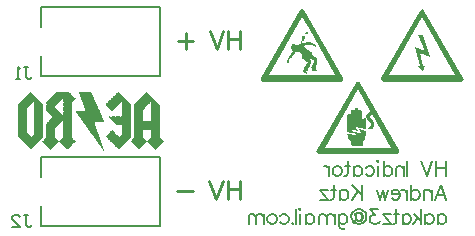
<source format=gbr>
%TF.GenerationSoftware,Altium Limited,Altium Designer,20.0.11 (256)*%
G04 Layer_Color=32896*
%FSLAX26Y26*%
%MOIN*%
%TF.FileFunction,Legend,Bot*%
%TF.Part,Single*%
G01*
G75*
%TA.AperFunction,NonConductor*%
%ADD21C,0.006000*%
%ADD22C,0.010000*%
%ADD23C,0.008000*%
%ADD24C,0.007000*%
G36*
X522646Y505273D02*
X523335D01*
Y504584D01*
X524024D01*
Y503895D01*
X524713D01*
Y503206D01*
X525402D01*
Y502517D01*
X526091D01*
Y501828D01*
X526780D01*
Y501139D01*
X527469D01*
Y500450D01*
X528158D01*
Y499761D01*
X528847D01*
Y499072D01*
X529536D01*
Y498383D01*
X530225D01*
Y497694D01*
X530914D01*
Y497005D01*
X531603D01*
Y496316D01*
X532292D01*
Y495627D01*
X532981D01*
Y494939D01*
X533669D01*
Y494250D01*
X534358D01*
Y493561D01*
X535047D01*
Y492872D01*
X535736D01*
Y492183D01*
X536425D01*
Y491494D01*
X537114D01*
Y490805D01*
X537803D01*
Y490116D01*
X538492D01*
Y489427D01*
X539181D01*
Y488738D01*
X539870D01*
Y488049D01*
X540559D01*
Y487360D01*
X541248D01*
Y486671D01*
X541937D01*
Y485982D01*
X542626D01*
Y485293D01*
X543315D01*
Y484604D01*
X544004D01*
Y483915D01*
X544693D01*
Y483226D01*
X545382D01*
Y482538D01*
X546071D01*
Y481849D01*
X546760D01*
Y481160D01*
X547448D01*
Y480471D01*
X548137D01*
Y479782D01*
X548826D01*
Y479093D01*
X549515D01*
Y478404D01*
X550204D01*
Y477715D01*
X550893D01*
Y477026D01*
X551582D01*
Y476337D01*
X552271D01*
Y475648D01*
X552960D01*
Y474959D01*
X553649D01*
Y474270D01*
X554338D01*
Y473581D01*
X555027D01*
Y472892D01*
X555716D01*
Y472203D01*
X556405D01*
Y471514D01*
X557094D01*
Y470825D01*
X557783D01*
Y470136D01*
X558472D01*
Y469447D01*
X559160D01*
Y468759D01*
X559850D01*
Y468070D01*
X560538D01*
Y467380D01*
X561227D01*
Y466692D01*
X561916D01*
Y466003D01*
X562605D01*
Y465314D01*
X563294D01*
Y464625D01*
X563983D01*
Y463936D01*
X564672D01*
Y463247D01*
X565361D01*
Y462558D01*
X566050D01*
Y461869D01*
X566739D01*
Y461180D01*
X567428D01*
Y460491D01*
X566739D01*
Y459802D01*
Y459113D01*
Y458424D01*
X567428D01*
Y457735D01*
X566739D01*
Y457046D01*
Y456357D01*
Y455668D01*
X567428D01*
Y454979D01*
X566739D01*
Y454291D01*
Y453602D01*
Y452913D01*
X567428D01*
Y452224D01*
X566739D01*
Y451535D01*
Y450846D01*
Y450157D01*
X567428D01*
Y449468D01*
X566739D01*
Y448779D01*
Y448090D01*
Y447401D01*
X567428D01*
Y446712D01*
X566739D01*
Y446023D01*
Y445334D01*
Y444645D01*
X567428D01*
Y443956D01*
X566739D01*
Y443267D01*
Y442579D01*
Y441889D01*
X567428D01*
Y441200D01*
X566739D01*
Y440512D01*
Y439823D01*
Y439134D01*
X567428D01*
Y438445D01*
X566739D01*
Y437756D01*
Y437067D01*
Y436378D01*
X567428D01*
Y435689D01*
X566739D01*
Y435000D01*
Y434311D01*
Y433622D01*
X567428D01*
Y432933D01*
X566739D01*
Y432244D01*
Y431555D01*
Y430866D01*
X567428D01*
Y430177D01*
X566739D01*
Y429488D01*
Y428800D01*
Y428111D01*
X567428D01*
Y427422D01*
X566739D01*
Y426733D01*
Y426044D01*
Y425355D01*
X567428D01*
Y424666D01*
X566739D01*
Y423977D01*
Y423288D01*
Y422599D01*
X567428D01*
Y421910D01*
X566739D01*
Y421221D01*
Y420532D01*
Y419843D01*
X567428D01*
Y419154D01*
X566739D01*
Y418465D01*
Y417776D01*
Y417087D01*
X567428D01*
Y416398D01*
X566739D01*
Y415709D01*
Y415021D01*
Y414332D01*
X567428D01*
Y413643D01*
X566739D01*
Y412954D01*
Y412265D01*
Y411576D01*
X567428D01*
Y410887D01*
X566739D01*
Y410198D01*
Y409509D01*
Y408820D01*
X567428D01*
Y408131D01*
X566739D01*
Y407442D01*
Y406753D01*
Y406064D01*
X567428D01*
Y405375D01*
X566739D01*
Y404686D01*
Y403997D01*
Y403308D01*
X567428D01*
Y402619D01*
X566739D01*
Y401930D01*
Y401241D01*
Y400553D01*
X567428D01*
Y399864D01*
X566739D01*
Y399175D01*
Y398486D01*
Y397797D01*
X567428D01*
Y397108D01*
X566739D01*
Y396419D01*
Y395730D01*
Y395041D01*
X567428D01*
Y394352D01*
X566739D01*
Y393663D01*
Y392974D01*
Y392285D01*
X567428D01*
Y391596D01*
X566739D01*
Y390907D01*
Y390218D01*
Y389529D01*
X567428D01*
Y388840D01*
X566739D01*
Y388151D01*
Y387463D01*
Y386774D01*
X567428D01*
Y386085D01*
X566739D01*
Y385396D01*
Y384707D01*
Y384018D01*
X567428D01*
Y383329D01*
X566739D01*
Y382640D01*
Y381951D01*
Y381262D01*
X567428D01*
Y380573D01*
X566739D01*
Y379884D01*
Y379195D01*
Y378506D01*
X567428D01*
Y377817D01*
X566739D01*
Y377128D01*
Y376439D01*
Y375750D01*
X567428D01*
Y375062D01*
X566739D01*
Y374373D01*
Y373684D01*
Y372995D01*
X567428D01*
Y372306D01*
X566739D01*
Y371617D01*
Y370928D01*
Y370239D01*
X567428D01*
Y369550D01*
X566739D01*
Y368861D01*
Y368172D01*
Y367483D01*
X567428D01*
Y366794D01*
X566739D01*
Y366105D01*
Y365416D01*
Y364727D01*
X567428D01*
Y364038D01*
X566739D01*
Y363349D01*
Y362660D01*
Y361971D01*
X567428D01*
Y361283D01*
X566739D01*
Y360594D01*
Y359905D01*
Y359216D01*
X567428D01*
Y358527D01*
X566739D01*
Y357838D01*
Y357149D01*
Y356460D01*
X567428D01*
Y355771D01*
X566739D01*
Y355082D01*
Y354393D01*
Y353704D01*
X567428D01*
Y353015D01*
X566739D01*
Y352326D01*
X567428D01*
Y351637D01*
X568117D01*
Y350948D01*
X568806D01*
Y350259D01*
X569495D01*
Y349570D01*
X570184D01*
Y348881D01*
X570873D01*
Y348192D01*
X571562D01*
Y347503D01*
X572251D01*
Y346815D01*
X572939D01*
Y346126D01*
X573628D01*
Y345437D01*
X574317D01*
Y344748D01*
X575006D01*
Y344059D01*
X575695D01*
Y343370D01*
X576384D01*
Y342681D01*
X577073D01*
Y341992D01*
X577762D01*
Y341303D01*
X578451D01*
Y340614D01*
X579140D01*
Y339925D01*
X578451D01*
Y339236D01*
X577762D01*
Y338547D01*
X577073D01*
Y337858D01*
X576384D01*
Y337169D01*
X575695D01*
Y336480D01*
X575006D01*
Y335791D01*
X574317D01*
Y335102D01*
X573628D01*
Y334413D01*
X572939D01*
Y333724D01*
X572251D01*
Y333036D01*
X571562D01*
Y332347D01*
X570873D01*
Y331658D01*
X570184D01*
Y330969D01*
X569495D01*
Y330280D01*
X568806D01*
Y329591D01*
X568117D01*
Y328902D01*
X567428D01*
Y328213D01*
X566739D01*
Y327524D01*
X566050D01*
Y326835D01*
X565361D01*
Y326146D01*
X564672D01*
Y325457D01*
X563983D01*
Y324768D01*
X563294D01*
Y324079D01*
X562605D01*
Y323390D01*
X561916D01*
Y322701D01*
X561227D01*
Y322012D01*
X560538D01*
Y321324D01*
X559850D01*
Y320635D01*
X559160D01*
Y319946D01*
X558472D01*
Y319257D01*
X557783D01*
Y318568D01*
X557094D01*
Y317879D01*
X556405D01*
Y317190D01*
X555716D01*
Y316501D01*
X555027D01*
Y315812D01*
X554338D01*
Y315123D01*
X553649D01*
Y314434D01*
X552960D01*
Y313745D01*
X552271D01*
Y313056D01*
X551582D01*
Y313745D01*
X550893D01*
Y314434D01*
X550204D01*
Y315123D01*
X549515D01*
Y315812D01*
X548826D01*
Y316501D01*
X548137D01*
Y317190D01*
X547448D01*
Y317879D01*
X546760D01*
Y318568D01*
X546071D01*
Y319257D01*
X545382D01*
Y319946D01*
X544693D01*
Y320635D01*
X544004D01*
Y321324D01*
X543315D01*
Y322012D01*
X542626D01*
Y322701D01*
X541937D01*
Y323390D01*
X541248D01*
Y324079D01*
X540559D01*
Y324768D01*
X539870D01*
Y325457D01*
X539181D01*
Y326146D01*
X538492D01*
Y326835D01*
X537803D01*
Y327524D01*
X537114D01*
Y328213D01*
X536425D01*
Y328902D01*
X535736D01*
Y329591D01*
X535047D01*
Y330280D01*
X534358D01*
Y330969D01*
X533669D01*
Y331658D01*
X532981D01*
Y332347D01*
X532292D01*
Y333036D01*
X531603D01*
Y333724D01*
X530914D01*
Y334413D01*
X530225D01*
Y335102D01*
X529536D01*
Y335791D01*
X528847D01*
Y336480D01*
X528158D01*
Y337169D01*
X527469D01*
Y337858D01*
X526780D01*
Y338547D01*
X526091D01*
Y339236D01*
X525402D01*
Y339925D01*
X524713D01*
Y340614D01*
X525402D01*
Y341303D01*
X526091D01*
Y341992D01*
X526780D01*
Y342681D01*
X527469D01*
Y343370D01*
X528158D01*
Y344059D01*
X528847D01*
Y344748D01*
X529536D01*
Y345437D01*
X530225D01*
Y346126D01*
X530914D01*
Y346815D01*
X531603D01*
Y347503D01*
X532292D01*
Y348192D01*
X532981D01*
Y348881D01*
X533669D01*
Y349570D01*
X534358D01*
Y350259D01*
X535047D01*
Y350948D01*
X535736D01*
Y351637D01*
X536425D01*
Y352326D01*
X537114D01*
Y353015D01*
X536425D01*
Y353704D01*
X537114D01*
Y354393D01*
Y355082D01*
Y355771D01*
X536425D01*
Y356460D01*
X537114D01*
Y357149D01*
Y357838D01*
Y358527D01*
X536425D01*
Y359216D01*
X537114D01*
Y359905D01*
Y360594D01*
Y361283D01*
X536425D01*
Y361971D01*
X537114D01*
Y362660D01*
Y363349D01*
Y364038D01*
X536425D01*
Y364727D01*
X537114D01*
Y365416D01*
Y366105D01*
Y366794D01*
X536425D01*
Y367483D01*
X537114D01*
Y368172D01*
Y368861D01*
Y369550D01*
X536425D01*
Y370239D01*
X537114D01*
Y370928D01*
Y371617D01*
Y372306D01*
X536425D01*
Y372995D01*
X537114D01*
Y373684D01*
Y374373D01*
Y375062D01*
X536425D01*
Y375750D01*
X537114D01*
Y376439D01*
X536425D01*
Y377128D01*
X510934D01*
Y376439D01*
X511623D01*
Y375750D01*
X510934D01*
Y375062D01*
X511623D01*
Y374373D01*
X510934D01*
Y373684D01*
X511623D01*
Y372995D01*
X510934D01*
Y372306D01*
X511623D01*
Y371617D01*
X510934D01*
Y370928D01*
X511623D01*
Y370239D01*
X510934D01*
Y369550D01*
X511623D01*
Y368861D01*
X510934D01*
Y368172D01*
X511623D01*
Y367483D01*
X510934D01*
Y366794D01*
X511623D01*
Y366105D01*
X510934D01*
Y365416D01*
X511623D01*
Y364727D01*
X510934D01*
Y364038D01*
X511623D01*
Y363349D01*
X510934D01*
Y362660D01*
X511623D01*
Y361971D01*
X510934D01*
Y361283D01*
X511623D01*
Y360594D01*
X510934D01*
Y359905D01*
X511623D01*
Y359216D01*
X510934D01*
Y358527D01*
X511623D01*
Y357838D01*
X510934D01*
Y357149D01*
X511623D01*
Y356460D01*
X510934D01*
Y355771D01*
X511623D01*
Y355082D01*
X510934D01*
Y354393D01*
X511623D01*
Y353704D01*
X510934D01*
Y353015D01*
X511623D01*
Y352326D01*
Y351637D01*
X513001D01*
Y350948D01*
Y350259D01*
X514379D01*
Y349570D01*
Y348881D01*
X515757D01*
Y348192D01*
Y347503D01*
X517135D01*
Y346815D01*
X516446D01*
Y346126D01*
X518513D01*
Y345437D01*
Y344748D01*
X519890D01*
Y344059D01*
X519202D01*
Y343370D01*
X521268D01*
Y342681D01*
Y341992D01*
X522646D01*
Y341303D01*
X521957D01*
Y340614D01*
X524024D01*
Y339925D01*
X521957D01*
Y339236D01*
X522646D01*
Y338547D01*
X520579D01*
Y337858D01*
X521268D01*
Y337169D01*
X519202D01*
Y336480D01*
X519890D01*
Y335791D01*
X517824D01*
Y335102D01*
X518513D01*
Y334413D01*
X516446D01*
Y333724D01*
X517135D01*
Y333036D01*
X515068D01*
Y332347D01*
X515757D01*
Y331658D01*
X513690D01*
Y330969D01*
X514379D01*
Y330280D01*
X512312D01*
Y329591D01*
X513001D01*
Y328902D01*
X512312D01*
Y328213D01*
X511623D01*
Y327524D01*
X510934D01*
Y326835D01*
X510245D01*
Y327524D01*
X509556D01*
Y326835D01*
X510245D01*
Y326146D01*
X509556D01*
Y325457D01*
X508867D01*
Y324768D01*
X508178D01*
Y324079D01*
X507489D01*
Y324768D01*
X506800D01*
Y324079D01*
X507489D01*
Y323390D01*
X506800D01*
Y322701D01*
X506111D01*
Y322012D01*
X505423D01*
Y321324D01*
X504734D01*
Y322012D01*
X504045D01*
Y321324D01*
X504734D01*
Y320635D01*
X504045D01*
Y319946D01*
X503356D01*
Y319257D01*
X502667D01*
Y318568D01*
X501978D01*
Y319257D01*
X501289D01*
Y318568D01*
X501978D01*
Y317879D01*
X501289D01*
Y317190D01*
X500600D01*
Y316501D01*
X499911D01*
Y315812D01*
X499222D01*
Y315123D01*
X498533D01*
Y314434D01*
X497844D01*
Y313745D01*
X497155D01*
Y313056D01*
X496466D01*
Y313745D01*
X495777D01*
Y314434D01*
X495088D01*
Y315123D01*
X494399D01*
Y315812D01*
X493711D01*
Y316501D01*
X493021D01*
Y317190D01*
X492332D01*
Y317879D01*
X491644D01*
Y318568D01*
X490955D01*
Y319257D01*
X490266D01*
Y319946D01*
X489577D01*
Y320635D01*
X488888D01*
Y321324D01*
X488199D01*
Y322012D01*
X487510D01*
Y322701D01*
X486821D01*
Y323390D01*
X486132D01*
Y324079D01*
X485443D01*
Y324768D01*
X484754D01*
Y325457D01*
X484065D01*
Y326146D01*
X483376D01*
Y326835D01*
X482687D01*
Y327524D01*
X481998D01*
Y328213D01*
X481309D01*
Y328902D01*
X480620D01*
Y329591D01*
X479932D01*
Y330280D01*
X479243D01*
Y330969D01*
X478553D01*
Y331658D01*
X477865D01*
Y332347D01*
X477176D01*
Y333036D01*
X476487D01*
Y333724D01*
X475798D01*
Y334413D01*
X475109D01*
Y335102D01*
X474420D01*
Y335791D01*
X473731D01*
Y336480D01*
X473042D01*
Y337169D01*
X472353D01*
Y337858D01*
X471664D01*
Y338547D01*
X470975D01*
Y339236D01*
X470286D01*
Y339925D01*
X469597D01*
Y340614D01*
X470286D01*
Y341303D01*
X470975D01*
Y341992D01*
X471664D01*
Y342681D01*
X472353D01*
Y343370D01*
X473042D01*
Y344059D01*
X473731D01*
Y344748D01*
X474420D01*
Y345437D01*
X475109D01*
Y346126D01*
X475798D01*
Y346815D01*
X475109D01*
Y347503D01*
X477176D01*
Y348192D01*
X476487D01*
Y348881D01*
X478553D01*
Y349570D01*
X477865D01*
Y350259D01*
X479243D01*
Y350948D01*
Y351637D01*
X480620D01*
Y352326D01*
Y353015D01*
X481309D01*
Y353704D01*
X480620D01*
Y354393D01*
X481309D01*
Y355082D01*
X480620D01*
Y355771D01*
X481309D01*
Y356460D01*
X480620D01*
Y357149D01*
X481309D01*
Y357838D01*
X480620D01*
Y358527D01*
X481309D01*
Y359216D01*
X480620D01*
Y359905D01*
X481309D01*
Y360594D01*
X480620D01*
Y361283D01*
X481309D01*
Y361971D01*
X480620D01*
Y362660D01*
X481309D01*
Y363349D01*
X480620D01*
Y364038D01*
X481309D01*
Y364727D01*
X480620D01*
Y365416D01*
X481309D01*
Y366105D01*
X480620D01*
Y366794D01*
X481309D01*
Y367483D01*
X480620D01*
Y368172D01*
X481309D01*
Y368861D01*
X480620D01*
Y369550D01*
X481309D01*
Y370239D01*
X480620D01*
Y370928D01*
X481309D01*
Y371617D01*
X480620D01*
Y372306D01*
X481309D01*
Y372995D01*
X480620D01*
Y373684D01*
X481309D01*
Y374373D01*
X480620D01*
Y375062D01*
X481309D01*
Y375750D01*
X480620D01*
Y376439D01*
X481309D01*
Y377128D01*
X480620D01*
Y377817D01*
X481309D01*
Y378506D01*
X480620D01*
Y379195D01*
X481309D01*
Y379884D01*
X480620D01*
Y380573D01*
X481309D01*
Y381262D01*
X480620D01*
Y381951D01*
X481309D01*
Y382640D01*
X480620D01*
Y383329D01*
X481309D01*
Y384018D01*
X480620D01*
Y384707D01*
X481309D01*
Y385396D01*
X480620D01*
Y386085D01*
X481309D01*
Y386774D01*
X480620D01*
Y387463D01*
X481309D01*
Y388151D01*
X480620D01*
Y388840D01*
X481309D01*
Y389529D01*
X480620D01*
Y390218D01*
X481309D01*
Y390907D01*
X480620D01*
Y391596D01*
X481309D01*
Y392285D01*
X480620D01*
Y392974D01*
X481309D01*
Y393663D01*
X480620D01*
Y394352D01*
X481309D01*
Y395041D01*
X480620D01*
Y395730D01*
X481309D01*
Y396419D01*
X480620D01*
Y397108D01*
X481309D01*
Y397797D01*
X480620D01*
Y398486D01*
X481309D01*
Y399175D01*
X480620D01*
Y399864D01*
X481309D01*
Y400553D01*
X480620D01*
Y401241D01*
X481309D01*
Y401930D01*
X480620D01*
Y402619D01*
X481309D01*
Y403308D01*
X480620D01*
Y403997D01*
X481309D01*
Y404686D01*
X480620D01*
Y405375D01*
X481309D01*
Y406064D01*
X480620D01*
Y406753D01*
X481309D01*
Y407442D01*
X480620D01*
Y408131D01*
X481309D01*
Y408820D01*
X480620D01*
Y409509D01*
X481309D01*
Y410198D01*
X480620D01*
Y410887D01*
X481309D01*
Y411576D01*
X480620D01*
Y412265D01*
X481309D01*
Y412954D01*
X480620D01*
Y413643D01*
X481309D01*
Y414332D01*
X480620D01*
Y415021D01*
X481309D01*
Y415709D01*
X480620D01*
Y416398D01*
X481309D01*
Y417087D01*
X480620D01*
Y417776D01*
X481309D01*
Y418465D01*
X480620D01*
Y419154D01*
X481309D01*
Y419843D01*
X480620D01*
Y420532D01*
X481309D01*
Y421221D01*
X480620D01*
Y421910D01*
X481309D01*
Y422599D01*
X480620D01*
Y423288D01*
X481309D01*
Y423977D01*
X480620D01*
Y424666D01*
X481309D01*
Y425355D01*
X480620D01*
Y426044D01*
X481309D01*
Y426733D01*
X480620D01*
Y427422D01*
X481309D01*
Y428111D01*
X480620D01*
Y428800D01*
X481309D01*
Y429488D01*
X480620D01*
Y430177D01*
X481309D01*
Y430866D01*
X480620D01*
Y431555D01*
X481309D01*
Y432244D01*
X480620D01*
Y432933D01*
X481309D01*
Y433622D01*
X480620D01*
Y434311D01*
X481309D01*
Y435000D01*
X480620D01*
Y435689D01*
X481309D01*
Y436378D01*
X480620D01*
Y437067D01*
X481309D01*
Y437756D01*
X480620D01*
Y438445D01*
X481309D01*
Y439134D01*
X480620D01*
Y439823D01*
X481309D01*
Y440512D01*
X480620D01*
Y441200D01*
X481309D01*
Y441889D01*
X480620D01*
Y442579D01*
X481309D01*
Y443267D01*
X480620D01*
Y443956D01*
X481309D01*
Y444645D01*
X480620D01*
Y445334D01*
X481309D01*
Y446023D01*
X480620D01*
Y446712D01*
X481309D01*
Y447401D01*
X480620D01*
Y448090D01*
X481309D01*
Y448779D01*
X480620D01*
Y449468D01*
X481309D01*
Y450157D01*
X480620D01*
Y450846D01*
X481309D01*
Y451535D01*
X480620D01*
Y452224D01*
X481309D01*
Y452913D01*
X480620D01*
Y453602D01*
X481309D01*
Y454291D01*
X480620D01*
Y454979D01*
X481309D01*
Y455668D01*
X480620D01*
Y456357D01*
X481309D01*
Y457046D01*
X480620D01*
Y457735D01*
X481309D01*
Y458424D01*
X480620D01*
Y459113D01*
X481309D01*
Y459802D01*
X480620D01*
Y460491D01*
X481309D01*
Y461180D01*
X480620D01*
Y461869D01*
X481309D01*
Y462558D01*
X480620D01*
Y463247D01*
X481309D01*
Y463936D01*
X480620D01*
Y464625D01*
X481309D01*
Y465314D01*
X481998D01*
Y466003D01*
X482687D01*
Y466692D01*
X483376D01*
Y467380D01*
X484065D01*
Y468070D01*
X484754D01*
Y468759D01*
X485443D01*
Y469447D01*
X486132D01*
Y470136D01*
X486821D01*
Y470825D01*
X487510D01*
Y471514D01*
X488199D01*
Y472203D01*
X488888D01*
Y472892D01*
X489577D01*
Y473581D01*
X490266D01*
Y472892D01*
X490955D01*
Y473581D01*
X490266D01*
Y474270D01*
X490955D01*
Y474959D01*
X491644D01*
Y475648D01*
X492332D01*
Y476337D01*
X493021D01*
Y477026D01*
X493711D01*
Y477715D01*
X494399D01*
Y478404D01*
X495088D01*
Y479093D01*
X495777D01*
Y478404D01*
X496466D01*
Y479093D01*
X495777D01*
Y479782D01*
X496466D01*
Y480471D01*
X497155D01*
Y481160D01*
X497844D01*
Y481849D01*
X498533D01*
Y482538D01*
X499222D01*
Y483226D01*
X499911D01*
Y483915D01*
X500600D01*
Y484604D01*
X501289D01*
Y485293D01*
X501978D01*
Y485982D01*
X502667D01*
Y486671D01*
X503356D01*
Y487360D01*
X504045D01*
Y488049D01*
X504734D01*
Y488738D01*
X505423D01*
Y489427D01*
X506111D01*
Y490116D01*
X506800D01*
Y489427D01*
X507489D01*
Y490116D01*
X506800D01*
Y490805D01*
X507489D01*
Y491494D01*
X508178D01*
Y492183D01*
X508867D01*
Y492872D01*
X509556D01*
Y493561D01*
X510245D01*
Y494250D01*
X510934D01*
Y494939D01*
X511623D01*
Y495627D01*
X512312D01*
Y494939D01*
X513001D01*
Y495627D01*
X512312D01*
Y496316D01*
X513001D01*
Y497005D01*
X513690D01*
Y497694D01*
X514379D01*
Y498383D01*
X515068D01*
Y499072D01*
X515757D01*
Y499761D01*
X516446D01*
Y500450D01*
X517135D01*
Y501139D01*
X517824D01*
Y501828D01*
X518513D01*
Y502517D01*
X519202D01*
Y503206D01*
X519890D01*
Y503895D01*
X520579D01*
Y504584D01*
X521268D01*
Y505273D01*
X521957D01*
Y505962D01*
X522646D01*
Y505273D01*
D02*
G37*
G36*
X338008D02*
Y504584D01*
Y503895D01*
X338697D01*
Y503206D01*
X339386D01*
Y502517D01*
Y501828D01*
Y501139D01*
X340075D01*
Y500450D01*
X340764D01*
Y499761D01*
X340075D01*
Y499072D01*
X340764D01*
Y498383D01*
X341453D01*
Y497694D01*
X342142D01*
Y497005D01*
X341453D01*
Y496316D01*
X342142D01*
Y495627D01*
X342831D01*
Y494939D01*
Y494250D01*
Y493561D01*
X343520D01*
Y492872D01*
Y492183D01*
X344209D01*
Y491494D01*
Y490805D01*
X344897D01*
Y490116D01*
X344209D01*
Y489427D01*
X344897D01*
Y488738D01*
X345587D01*
Y488049D01*
X346275D01*
Y487360D01*
X345587D01*
Y486671D01*
X346275D01*
Y485982D01*
X346964D01*
Y485293D01*
Y484604D01*
Y483915D01*
X347653D01*
Y483226D01*
Y482538D01*
X348342D01*
Y481849D01*
Y481160D01*
X349031D01*
Y480471D01*
X348342D01*
Y479782D01*
X349031D01*
Y479093D01*
X349720D01*
Y478404D01*
X350409D01*
Y477715D01*
X349720D01*
Y477026D01*
X350409D01*
Y476337D01*
X351098D01*
Y475648D01*
Y474959D01*
Y474270D01*
X351787D01*
Y473581D01*
Y472892D01*
X353165D01*
Y472203D01*
X352476D01*
Y471514D01*
X353165D01*
Y470825D01*
Y470136D01*
Y469447D01*
X353854D01*
Y468759D01*
X354543D01*
Y468070D01*
X353854D01*
Y467380D01*
X354543D01*
Y466692D01*
X355232D01*
Y466003D01*
X355921D01*
Y465314D01*
X355232D01*
Y464625D01*
X355921D01*
Y463936D01*
X356610D01*
Y463247D01*
Y462558D01*
Y461869D01*
X357299D01*
Y461180D01*
X357988D01*
Y460491D01*
Y459802D01*
Y459113D01*
X358676D01*
Y458424D01*
Y457735D01*
Y457046D01*
X359365D01*
Y456357D01*
X360054D01*
Y455668D01*
X359365D01*
Y454979D01*
X360054D01*
Y454291D01*
X360743D01*
Y453602D01*
X361432D01*
Y452913D01*
X360743D01*
Y452224D01*
X361432D01*
Y451535D01*
X362121D01*
Y450846D01*
Y450157D01*
Y449468D01*
X362810D01*
Y448779D01*
Y448090D01*
X363499D01*
Y447401D01*
Y446712D01*
X364188D01*
Y446023D01*
X363499D01*
Y445334D01*
X364188D01*
Y444645D01*
X364877D01*
Y443956D01*
X365566D01*
Y443267D01*
X364877D01*
Y442579D01*
X365566D01*
Y441889D01*
X366255D01*
Y441200D01*
Y440512D01*
Y439823D01*
X366944D01*
Y439134D01*
Y438445D01*
X367633D01*
Y437756D01*
Y437067D01*
X368322D01*
Y436378D01*
X367633D01*
Y435689D01*
X368322D01*
Y435000D01*
X369011D01*
Y434311D01*
X369700D01*
Y433622D01*
Y432933D01*
Y432244D01*
X370389D01*
Y431555D01*
X371078D01*
Y430866D01*
X370389D01*
Y430177D01*
X371078D01*
Y429488D01*
X371767D01*
Y428800D01*
X372455D01*
Y428111D01*
X371767D01*
Y427422D01*
X372455D01*
Y426733D01*
Y426044D01*
X373144D01*
Y425355D01*
Y424666D01*
X373833D01*
Y423977D01*
Y423288D01*
Y422599D01*
X374522D01*
Y421910D01*
X375211D01*
Y421221D01*
X374522D01*
Y420532D01*
X375211D01*
Y419843D01*
X375900D01*
Y419154D01*
X376589D01*
Y418465D01*
X375900D01*
Y417776D01*
X376589D01*
Y417087D01*
X377278D01*
Y416398D01*
Y415709D01*
Y415021D01*
X377967D01*
Y414332D01*
Y413643D01*
Y412954D01*
X378656D01*
Y412265D01*
X379345D01*
Y411576D01*
X378656D01*
Y410887D01*
X379345D01*
Y410198D01*
X380034D01*
Y409509D01*
X380723D01*
Y408820D01*
X380034D01*
Y408131D01*
X380723D01*
Y407442D01*
X381412D01*
Y406753D01*
Y406064D01*
Y405375D01*
X382101D01*
Y404686D01*
X381412D01*
Y403997D01*
X380723D01*
Y404686D01*
X380034D01*
Y403997D01*
X377967D01*
Y404686D01*
X377278D01*
Y403997D01*
X375211D01*
Y404686D01*
X374522D01*
Y403997D01*
X372455D01*
Y404686D01*
X371767D01*
Y403997D01*
X369700D01*
Y404686D01*
X369011D01*
Y403997D01*
X366944D01*
Y404686D01*
X366255D01*
Y403997D01*
X364188D01*
Y404686D01*
X363499D01*
Y403997D01*
X361432D01*
Y404686D01*
X360743D01*
Y403997D01*
X358676D01*
Y404686D01*
X357988D01*
Y403997D01*
X355921D01*
Y404686D01*
X355232D01*
Y403997D01*
X353165D01*
Y404686D01*
X352476D01*
Y403997D01*
X350409D01*
Y404686D01*
X349720D01*
Y403997D01*
X349031D01*
Y403308D01*
X348342D01*
Y402619D01*
X349031D01*
Y401930D01*
Y401241D01*
X349720D01*
Y400553D01*
Y399864D01*
X350409D01*
Y399175D01*
X349720D01*
Y398486D01*
X350409D01*
Y397797D01*
Y397108D01*
Y396419D01*
X351098D01*
Y395730D01*
X351787D01*
Y395041D01*
X351098D01*
Y394352D01*
X351787D01*
Y393663D01*
Y392974D01*
X352476D01*
Y392285D01*
Y391596D01*
X353165D01*
Y390907D01*
X352476D01*
Y390218D01*
X353165D01*
Y389529D01*
Y388840D01*
X353854D01*
Y388151D01*
Y387463D01*
X354543D01*
Y386774D01*
X353854D01*
Y386085D01*
X354543D01*
Y385396D01*
X355232D01*
Y384707D01*
X355921D01*
Y384018D01*
X355232D01*
Y383329D01*
X355921D01*
Y382640D01*
X355232D01*
Y381951D01*
X355921D01*
Y381262D01*
X356610D01*
Y380573D01*
Y379884D01*
Y379195D01*
X357299D01*
Y378506D01*
X356610D01*
Y377817D01*
X357299D01*
Y377128D01*
X357988D01*
Y376439D01*
X358676D01*
Y375750D01*
X357988D01*
Y375062D01*
X358676D01*
Y374373D01*
X357988D01*
Y373684D01*
X358676D01*
Y372995D01*
X359365D01*
Y372306D01*
X360054D01*
Y371617D01*
X359365D01*
Y370928D01*
X360054D01*
Y370239D01*
Y369550D01*
Y368861D01*
X360743D01*
Y368172D01*
X361432D01*
Y367483D01*
X360743D01*
Y366794D01*
X361432D01*
Y366105D01*
Y365416D01*
Y364727D01*
X362121D01*
Y364038D01*
X362810D01*
Y363349D01*
X362121D01*
Y362660D01*
X362810D01*
Y361971D01*
X363499D01*
Y361283D01*
X362810D01*
Y360594D01*
X363499D01*
Y359905D01*
X364188D01*
Y359216D01*
X363499D01*
Y358527D01*
X364188D01*
Y357838D01*
X364877D01*
Y357149D01*
Y356460D01*
Y355771D01*
X365566D01*
Y355082D01*
X364877D01*
Y354393D01*
X365566D01*
Y353704D01*
X366255D01*
Y353015D01*
Y352326D01*
Y351637D01*
X366944D01*
Y350948D01*
Y350259D01*
Y349570D01*
X367633D01*
Y348881D01*
Y348192D01*
Y347503D01*
X368322D01*
Y346815D01*
X367633D01*
Y346126D01*
X368322D01*
Y345437D01*
X369011D01*
Y344748D01*
Y344059D01*
Y343370D01*
X369700D01*
Y342681D01*
Y341992D01*
Y341303D01*
X370389D01*
Y340614D01*
Y339925D01*
Y339236D01*
X371078D01*
Y338547D01*
Y337858D01*
Y337169D01*
X371767D01*
Y336480D01*
X372455D01*
Y335791D01*
X371767D01*
Y335102D01*
X372455D01*
Y334413D01*
Y333724D01*
Y333036D01*
X373144D01*
Y332347D01*
X373833D01*
Y331658D01*
X373144D01*
Y330969D01*
X373833D01*
Y330280D01*
Y329591D01*
X375211D01*
Y328902D01*
X374522D01*
Y328213D01*
X375211D01*
Y327524D01*
X374522D01*
Y326835D01*
X375211D01*
Y326146D01*
Y325457D01*
X375900D01*
Y324768D01*
Y324079D01*
X376589D01*
Y323390D01*
X375900D01*
Y322701D01*
X376589D01*
Y322012D01*
Y321324D01*
X377967D01*
Y320635D01*
X377278D01*
Y319946D01*
X377967D01*
Y319257D01*
X377278D01*
Y318568D01*
X377967D01*
Y317879D01*
X378656D01*
Y317190D01*
Y316501D01*
Y315812D01*
X379345D01*
Y315123D01*
X378656D01*
Y314434D01*
X379345D01*
Y313745D01*
X380034D01*
Y313056D01*
X380723D01*
Y312367D01*
X380034D01*
Y311678D01*
X380723D01*
Y310989D01*
X380034D01*
Y310300D01*
X380723D01*
Y309611D01*
X381412D01*
Y308923D01*
X382101D01*
Y308233D01*
X381412D01*
Y307545D01*
X380723D01*
Y308233D01*
X380034D01*
Y308923D01*
X379345D01*
Y309611D01*
X378656D01*
Y310300D01*
Y310989D01*
X377967D01*
Y311678D01*
Y312367D01*
X377278D01*
Y313056D01*
X376589D01*
Y313745D01*
X375900D01*
Y314434D01*
Y315123D01*
X374522D01*
Y315812D01*
X375211D01*
Y316501D01*
X374522D01*
Y317190D01*
X373833D01*
Y317879D01*
X373144D01*
Y318568D01*
X372455D01*
Y319257D01*
X371767D01*
Y319946D01*
Y320635D01*
X371078D01*
Y321324D01*
Y322012D01*
X370389D01*
Y322701D01*
X369700D01*
Y323390D01*
X369011D01*
Y324079D01*
X369700D01*
Y324768D01*
X367633D01*
Y325457D01*
X368322D01*
Y326146D01*
X367633D01*
Y326835D01*
X366944D01*
Y327524D01*
X366255D01*
Y328213D01*
X365566D01*
Y328902D01*
X364877D01*
Y329591D01*
Y330280D01*
X364188D01*
Y330969D01*
Y331658D01*
X363499D01*
Y332347D01*
X362810D01*
Y333036D01*
X362121D01*
Y333724D01*
X361432D01*
Y334413D01*
X360743D01*
Y335102D01*
X361432D01*
Y335791D01*
X360743D01*
Y336480D01*
X360054D01*
Y337169D01*
X359365D01*
Y337858D01*
X358676D01*
Y338547D01*
X357988D01*
Y339236D01*
X357299D01*
Y339925D01*
Y340614D01*
Y341303D01*
X356610D01*
Y341992D01*
X355921D01*
Y342681D01*
X355232D01*
Y343370D01*
X354543D01*
Y344059D01*
X353854D01*
Y344748D01*
X354543D01*
Y345437D01*
X353854D01*
Y346126D01*
X353165D01*
Y346815D01*
X352476D01*
Y347503D01*
X351787D01*
Y348192D01*
X351098D01*
Y348881D01*
X350409D01*
Y349570D01*
Y350259D01*
Y350948D01*
X349720D01*
Y351637D01*
X349031D01*
Y352326D01*
X348342D01*
Y353015D01*
X347653D01*
Y353704D01*
X346964D01*
Y354393D01*
X347653D01*
Y355082D01*
X346964D01*
Y355771D01*
X346275D01*
Y356460D01*
X345587D01*
Y357149D01*
X344897D01*
Y357838D01*
X344209D01*
Y358527D01*
X343520D01*
Y359216D01*
X342831D01*
Y359905D01*
X343520D01*
Y360594D01*
X342831D01*
Y361283D01*
X342142D01*
Y361971D01*
X341453D01*
Y362660D01*
X340764D01*
Y363349D01*
X340075D01*
Y364038D01*
X340764D01*
Y364727D01*
X338697D01*
Y365416D01*
X339386D01*
Y366105D01*
X338697D01*
Y366794D01*
X338008D01*
Y367483D01*
X337319D01*
Y368172D01*
X336630D01*
Y368861D01*
Y369550D01*
Y370239D01*
X335252D01*
Y370928D01*
Y371617D01*
X334563D01*
Y372306D01*
X333874D01*
Y372995D01*
X333185D01*
Y373684D01*
X333874D01*
Y374373D01*
X331808D01*
Y375062D01*
X332496D01*
Y375750D01*
X331808D01*
Y376439D01*
X331118D01*
Y377128D01*
X330430D01*
Y377817D01*
X329741D01*
Y378506D01*
X329052D01*
Y379195D01*
X329741D01*
Y379884D01*
X328363D01*
Y380573D01*
Y381262D01*
X327674D01*
Y381951D01*
X326985D01*
Y382640D01*
X326296D01*
Y383329D01*
Y384018D01*
X324918D01*
Y384707D01*
X325607D01*
Y385396D01*
X324918D01*
Y386085D01*
X324229D01*
Y386774D01*
X323540D01*
Y387463D01*
X322851D01*
Y388151D01*
X322162D01*
Y388840D01*
Y389529D01*
X321473D01*
Y390218D01*
Y390907D01*
X320784D01*
Y391596D01*
X320095D01*
Y392285D01*
X319406D01*
Y392974D01*
Y393663D01*
X318029D01*
Y394352D01*
X318717D01*
Y395041D01*
X318029D01*
Y395730D01*
X317340D01*
Y396419D01*
X316651D01*
Y397108D01*
X315962D01*
Y397797D01*
X315273D01*
Y398486D01*
Y399175D01*
X314584D01*
Y399864D01*
Y400553D01*
X313895D01*
Y401241D01*
X313206D01*
Y401930D01*
X312517D01*
Y402619D01*
Y403308D01*
X311139D01*
Y403997D01*
X311828D01*
Y404686D01*
X311139D01*
Y405375D01*
X310450D01*
Y406064D01*
X309761D01*
Y406753D01*
X309072D01*
Y407442D01*
X308383D01*
Y408131D01*
Y408820D01*
X307694D01*
Y409509D01*
Y410198D01*
X307005D01*
Y410887D01*
X306316D01*
Y411576D01*
X305627D01*
Y412265D01*
Y412954D01*
X304250D01*
Y413643D01*
X304938D01*
Y414332D01*
X304250D01*
Y415021D01*
X303561D01*
Y415709D01*
X302872D01*
Y416398D01*
X302183D01*
Y417087D01*
X301494D01*
Y417776D01*
Y418465D01*
X300805D01*
Y419154D01*
Y419843D01*
X300116D01*
Y420532D01*
X299427D01*
Y421221D01*
X298738D01*
Y421910D01*
X298049D01*
Y422599D01*
X297360D01*
Y423288D01*
X298049D01*
Y423977D01*
X297360D01*
Y424666D01*
X296671D01*
Y425355D01*
X295982D01*
Y426044D01*
X295293D01*
Y426733D01*
X294604D01*
Y427422D01*
X293915D01*
Y428111D01*
Y428800D01*
Y429488D01*
X293226D01*
Y430177D01*
X292537D01*
Y430866D01*
X291848D01*
Y431555D01*
X291159D01*
Y432244D01*
X290471D01*
Y432933D01*
X291159D01*
Y433622D01*
X289093D01*
Y434311D01*
X289782D01*
Y435000D01*
X289093D01*
Y435689D01*
X288404D01*
Y436378D01*
X287715D01*
Y437067D01*
X287026D01*
Y437756D01*
Y438445D01*
Y439134D01*
X286337D01*
Y439823D01*
X285648D01*
Y440512D01*
X284959D01*
Y441200D01*
X285648D01*
Y441889D01*
X286337D01*
Y441200D01*
X287026D01*
Y441889D01*
X286337D01*
Y442579D01*
X287026D01*
Y441889D01*
X287715D01*
Y441200D01*
X288404D01*
Y441889D01*
X289093D01*
Y441200D01*
X289782D01*
Y441889D01*
X289093D01*
Y442579D01*
X289782D01*
Y441889D01*
X290471D01*
Y441200D01*
X291159D01*
Y441889D01*
X291848D01*
Y441200D01*
X292537D01*
Y441889D01*
X291848D01*
Y442579D01*
X292537D01*
Y441889D01*
X293226D01*
Y441200D01*
X293915D01*
Y441889D01*
X294604D01*
Y441200D01*
X295293D01*
Y441889D01*
X294604D01*
Y442579D01*
X295293D01*
Y441889D01*
X295982D01*
Y441200D01*
X296671D01*
Y441889D01*
X297360D01*
Y441200D01*
X298049D01*
Y441889D01*
X297360D01*
Y442579D01*
X298049D01*
Y441889D01*
X298738D01*
Y441200D01*
X299427D01*
Y441889D01*
X300116D01*
Y441200D01*
X300805D01*
Y441889D01*
X300116D01*
Y442579D01*
X300805D01*
Y441889D01*
X301494D01*
Y441200D01*
X302183D01*
Y441889D01*
X302872D01*
Y441200D01*
X303561D01*
Y441889D01*
X302872D01*
Y442579D01*
X303561D01*
Y441889D01*
X304250D01*
Y441200D01*
X304938D01*
Y441889D01*
X305627D01*
Y441200D01*
X306316D01*
Y441889D01*
X305627D01*
Y442579D01*
X306316D01*
Y441889D01*
X307005D01*
Y441200D01*
X307694D01*
Y441889D01*
X308383D01*
Y441200D01*
X309072D01*
Y441889D01*
X308383D01*
Y442579D01*
X309072D01*
Y441889D01*
X309761D01*
Y441200D01*
X310450D01*
Y441889D01*
X311139D01*
Y441200D01*
X311828D01*
Y441889D01*
X311139D01*
Y442579D01*
X311828D01*
Y441889D01*
X312517D01*
Y441200D01*
X313206D01*
Y441889D01*
X313895D01*
Y441200D01*
X314584D01*
Y441889D01*
X313895D01*
Y442579D01*
X314584D01*
Y441889D01*
X315273D01*
Y441200D01*
X315962D01*
Y441889D01*
X316651D01*
Y441200D01*
X317340D01*
Y441889D01*
X316651D01*
Y442579D01*
X317340D01*
Y441889D01*
X318029D01*
Y441200D01*
X318717D01*
Y441889D01*
X319406D01*
Y442579D01*
X318717D01*
Y443267D01*
X318029D01*
Y443956D01*
X318717D01*
Y444645D01*
X318029D01*
Y445334D01*
Y446023D01*
Y446712D01*
X317340D01*
Y447401D01*
X316651D01*
Y448090D01*
X317340D01*
Y448779D01*
X316651D01*
Y449468D01*
X315962D01*
Y450157D01*
Y450846D01*
Y451535D01*
X315273D01*
Y452224D01*
X315962D01*
Y452913D01*
X315273D01*
Y453602D01*
X314584D01*
Y454291D01*
Y454979D01*
Y455668D01*
X313895D01*
Y456357D01*
X314584D01*
Y457046D01*
X313895D01*
Y457735D01*
X313206D01*
Y458424D01*
Y459113D01*
Y459802D01*
X312517D01*
Y460491D01*
Y461180D01*
Y461869D01*
X311828D01*
Y462558D01*
X311139D01*
Y463247D01*
X311828D01*
Y463936D01*
X311139D01*
Y464625D01*
Y465314D01*
Y466003D01*
X310450D01*
Y466692D01*
X309761D01*
Y467380D01*
X310450D01*
Y468070D01*
X309761D01*
Y468759D01*
X309072D01*
Y469447D01*
X308383D01*
Y470136D01*
X309072D01*
Y470825D01*
X308383D01*
Y471514D01*
Y472203D01*
Y472892D01*
X307694D01*
Y473581D01*
X307005D01*
Y474270D01*
X307694D01*
Y474959D01*
X307005D01*
Y475648D01*
Y476337D01*
X306316D01*
Y477026D01*
Y477715D01*
X305627D01*
Y478404D01*
X306316D01*
Y479093D01*
X305627D01*
Y479782D01*
X304938D01*
Y480471D01*
Y481160D01*
Y481849D01*
X304250D01*
Y482538D01*
X304938D01*
Y483226D01*
X304250D01*
Y483915D01*
X303561D01*
Y484604D01*
Y485293D01*
Y485982D01*
X302872D01*
Y486671D01*
X303561D01*
Y487360D01*
X302872D01*
Y488049D01*
X302183D01*
Y488738D01*
X301494D01*
Y489427D01*
X302183D01*
Y490116D01*
X301494D01*
Y490805D01*
Y491494D01*
Y492183D01*
X300805D01*
Y492872D01*
X300116D01*
Y493561D01*
X300805D01*
Y494250D01*
X300116D01*
Y494939D01*
X299427D01*
Y495627D01*
Y496316D01*
Y497005D01*
X298738D01*
Y497694D01*
X299427D01*
Y498383D01*
X298738D01*
Y499072D01*
X298049D01*
Y499761D01*
X297360D01*
Y500450D01*
X298049D01*
Y501139D01*
X297360D01*
Y501828D01*
Y502517D01*
Y503206D01*
X296671D01*
Y503895D01*
X295982D01*
Y504584D01*
X296671D01*
Y505273D01*
X295982D01*
Y505962D01*
X338008D01*
Y505273D01*
D02*
G37*
G36*
X428260Y504584D02*
X428949D01*
Y503895D01*
X429638D01*
Y503206D01*
X431016D01*
Y502517D01*
Y501828D01*
X431705D01*
Y501139D01*
X432394D01*
Y500450D01*
X433772D01*
Y499761D01*
Y499072D01*
X434461D01*
Y498383D01*
X435150D01*
Y497694D01*
X436528D01*
Y497005D01*
Y496316D01*
X437217D01*
Y495627D01*
X437906D01*
Y494939D01*
X439284D01*
Y494250D01*
Y493561D01*
X439972D01*
Y492872D01*
X440661D01*
Y492183D01*
X442039D01*
Y491494D01*
Y490805D01*
X442728D01*
Y490116D01*
X443417D01*
Y489427D01*
X444795D01*
Y488738D01*
Y488049D01*
X445484D01*
Y487360D01*
X446173D01*
Y486671D01*
X447551D01*
Y485982D01*
Y485293D01*
X448240D01*
Y484604D01*
X448929D01*
Y483915D01*
X450307D01*
Y483226D01*
Y482538D01*
X450996D01*
Y481849D01*
X451685D01*
Y481160D01*
X453062D01*
Y480471D01*
Y479782D01*
X453751D01*
Y479093D01*
X454440D01*
Y478404D01*
X455818D01*
Y477715D01*
Y477026D01*
X456507D01*
Y476337D01*
X457196D01*
Y475648D01*
X458574D01*
Y474959D01*
Y474270D01*
X459263D01*
Y473581D01*
X459952D01*
Y472892D01*
X461330D01*
Y472203D01*
Y471514D01*
X462019D01*
Y470825D01*
X462708D01*
Y470136D01*
X464086D01*
Y469447D01*
Y468759D01*
X464775D01*
Y468070D01*
X465464D01*
Y467380D01*
X466841D01*
Y466692D01*
Y466003D01*
X467530D01*
Y465314D01*
X468219D01*
Y464625D01*
X468908D01*
Y463936D01*
X469597D01*
Y463247D01*
X468908D01*
Y462558D01*
X469597D01*
Y461869D01*
X468908D01*
Y461180D01*
X469597D01*
Y460491D01*
X468908D01*
Y459802D01*
X469597D01*
Y459113D01*
X468908D01*
Y458424D01*
X469597D01*
Y457735D01*
X468908D01*
Y457046D01*
X469597D01*
Y456357D01*
X468908D01*
Y455668D01*
X469597D01*
Y454979D01*
X468908D01*
Y454291D01*
X469597D01*
Y453602D01*
X468908D01*
Y452913D01*
X469597D01*
Y452224D01*
X468908D01*
Y451535D01*
X469597D01*
Y450846D01*
X468908D01*
Y450157D01*
X469597D01*
Y449468D01*
X468908D01*
Y448779D01*
X469597D01*
Y448090D01*
X468908D01*
Y447401D01*
X469597D01*
Y446712D01*
X468908D01*
Y446023D01*
X469597D01*
Y445334D01*
X468908D01*
Y444645D01*
X469597D01*
Y443956D01*
X468908D01*
Y443267D01*
X469597D01*
Y442579D01*
X468908D01*
Y441889D01*
X469597D01*
Y441200D01*
X468908D01*
Y440512D01*
X469597D01*
Y439823D01*
X468908D01*
Y439134D01*
X469597D01*
Y438445D01*
X468908D01*
Y437756D01*
X469597D01*
Y437067D01*
X468908D01*
Y436378D01*
X469597D01*
Y435689D01*
X468908D01*
Y435000D01*
X469597D01*
Y434311D01*
X468908D01*
Y433622D01*
X469597D01*
Y432933D01*
X468908D01*
Y432244D01*
X469597D01*
Y431555D01*
X468908D01*
Y430866D01*
X469597D01*
Y430177D01*
X468908D01*
Y429488D01*
X469597D01*
Y428800D01*
X468908D01*
Y428111D01*
X469597D01*
Y427422D01*
X468908D01*
Y426733D01*
X469597D01*
Y426044D01*
X468908D01*
Y425355D01*
X469597D01*
Y424666D01*
X468908D01*
Y423977D01*
X469597D01*
Y423288D01*
X468908D01*
Y422599D01*
X469597D01*
Y421910D01*
X468908D01*
Y421221D01*
X469597D01*
Y420532D01*
X468908D01*
Y419843D01*
X469597D01*
Y419154D01*
X468908D01*
Y418465D01*
X469597D01*
Y417776D01*
X468908D01*
Y417087D01*
X469597D01*
Y416398D01*
X468908D01*
Y415709D01*
X469597D01*
Y415021D01*
X468908D01*
Y414332D01*
X469597D01*
Y413643D01*
X468908D01*
Y412954D01*
X469597D01*
Y412265D01*
X468908D01*
Y411576D01*
X469597D01*
Y410887D01*
X468908D01*
Y410198D01*
X469597D01*
Y409509D01*
X468908D01*
Y408820D01*
X469597D01*
Y408131D01*
X468908D01*
Y407442D01*
X469597D01*
Y406753D01*
X468908D01*
Y406064D01*
X469597D01*
Y405375D01*
X468908D01*
Y404686D01*
X469597D01*
Y403997D01*
X468908D01*
Y403308D01*
X469597D01*
Y402619D01*
X468908D01*
Y401930D01*
X469597D01*
Y401241D01*
X468908D01*
Y400553D01*
X469597D01*
Y399864D01*
X468908D01*
Y399175D01*
X469597D01*
Y398486D01*
X468908D01*
Y397797D01*
X469597D01*
Y397108D01*
X468908D01*
Y396419D01*
X469597D01*
Y395730D01*
X468908D01*
Y395041D01*
X469597D01*
Y394352D01*
X468908D01*
Y393663D01*
X469597D01*
Y392974D01*
X468908D01*
Y392285D01*
X469597D01*
Y391596D01*
X468908D01*
Y390907D01*
X469597D01*
Y390218D01*
X468908D01*
Y389529D01*
X469597D01*
Y388840D01*
X468908D01*
Y388151D01*
X469597D01*
Y387463D01*
X468908D01*
Y386774D01*
X469597D01*
Y386085D01*
X468908D01*
Y385396D01*
X469597D01*
Y384707D01*
X468908D01*
Y384018D01*
X469597D01*
Y383329D01*
X468908D01*
Y382640D01*
X469597D01*
Y381951D01*
X468908D01*
Y381262D01*
X469597D01*
Y380573D01*
X468908D01*
Y379884D01*
X469597D01*
Y379195D01*
X468908D01*
Y378506D01*
X469597D01*
Y377817D01*
X468908D01*
Y377128D01*
X469597D01*
Y376439D01*
X468908D01*
Y375750D01*
X469597D01*
Y375062D01*
X468908D01*
Y374373D01*
X469597D01*
Y373684D01*
X468908D01*
Y372995D01*
X469597D01*
Y372306D01*
X468908D01*
Y371617D01*
X469597D01*
Y370928D01*
X468908D01*
Y370239D01*
X469597D01*
Y369550D01*
X468908D01*
Y368861D01*
X469597D01*
Y368172D01*
X468908D01*
Y367483D01*
X469597D01*
Y366794D01*
X468908D01*
Y366105D01*
X469597D01*
Y365416D01*
X468908D01*
Y364727D01*
X469597D01*
Y364038D01*
X468908D01*
Y363349D01*
X469597D01*
Y362660D01*
X468908D01*
Y361971D01*
X469597D01*
Y361283D01*
X468908D01*
Y360594D01*
X469597D01*
Y359905D01*
X468908D01*
Y359216D01*
X469597D01*
Y358527D01*
X468908D01*
Y357838D01*
X469597D01*
Y357149D01*
X468908D01*
Y356460D01*
X469597D01*
Y355771D01*
X468908D01*
Y355082D01*
X469597D01*
Y354393D01*
X468908D01*
Y353704D01*
X469597D01*
Y353015D01*
X468908D01*
Y352326D01*
X468219D01*
Y351637D01*
X468908D01*
Y350948D01*
X466841D01*
Y350259D01*
X467530D01*
Y349570D01*
X465464D01*
Y348881D01*
X466152D01*
Y348192D01*
X464086D01*
Y347503D01*
X464775D01*
Y346815D01*
X462708D01*
Y346126D01*
X463397D01*
Y345437D01*
X461330D01*
Y344748D01*
X462019D01*
Y344059D01*
X459952D01*
Y343370D01*
X460641D01*
Y342681D01*
X458574D01*
Y341992D01*
X459263D01*
Y341303D01*
X457196D01*
Y340614D01*
X457885D01*
Y339925D01*
X455818D01*
Y339236D01*
X456507D01*
Y338547D01*
X454440D01*
Y337858D01*
X455129D01*
Y337169D01*
X453062D01*
Y336480D01*
X453751D01*
Y335791D01*
X451685D01*
Y335102D01*
X452373D01*
Y334413D01*
X450307D01*
Y333724D01*
X450996D01*
Y333036D01*
X448929D01*
Y332347D01*
X449618D01*
Y331658D01*
X447551D01*
Y330969D01*
X448240D01*
Y330280D01*
X446173D01*
Y329591D01*
X446862D01*
Y328902D01*
X444795D01*
Y328213D01*
X445484D01*
Y327524D01*
X443417D01*
Y326835D01*
X444106D01*
Y326146D01*
X442039D01*
Y325457D01*
X442728D01*
Y324768D01*
X440661D01*
Y324079D01*
X441350D01*
Y323390D01*
X439284D01*
Y322701D01*
X439972D01*
Y322012D01*
X437906D01*
Y321324D01*
X438595D01*
Y320635D01*
X437906D01*
Y319946D01*
X437217D01*
Y319257D01*
X436528D01*
Y318568D01*
X435839D01*
Y319257D01*
X435150D01*
Y318568D01*
X435839D01*
Y317879D01*
X435150D01*
Y317190D01*
X434461D01*
Y316501D01*
X433772D01*
Y315812D01*
X433083D01*
Y316501D01*
X432394D01*
Y315812D01*
X433083D01*
Y315123D01*
X432394D01*
Y314434D01*
X431705D01*
Y313745D01*
X431016D01*
Y313056D01*
X430327D01*
Y313745D01*
X429638D01*
Y314434D01*
X428949D01*
Y315123D01*
X428260D01*
Y315812D01*
X427571D01*
Y316501D01*
X426882D01*
Y317190D01*
X426193D01*
Y317879D01*
X424127D01*
Y318568D01*
X424816D01*
Y319257D01*
X424127D01*
Y319946D01*
X423438D01*
Y320635D01*
X421371D01*
Y321324D01*
X422060D01*
Y322012D01*
X419993D01*
Y322701D01*
X420682D01*
Y323390D01*
X418615D01*
Y324079D01*
X419304D01*
Y324768D01*
X418615D01*
Y325457D01*
X417926D01*
Y326146D01*
X415859D01*
Y326835D01*
X416548D01*
Y327524D01*
X414481D01*
Y328213D01*
X415170D01*
Y328902D01*
X413103D01*
Y329591D01*
X413792D01*
Y330280D01*
X413103D01*
Y330969D01*
X412414D01*
Y331658D01*
X410348D01*
Y332347D01*
X411036D01*
Y333036D01*
X408970D01*
Y333724D01*
X409659D01*
Y334413D01*
X407592D01*
Y335102D01*
X408281D01*
Y335791D01*
X406214D01*
Y336480D01*
X406903D01*
Y337169D01*
X404836D01*
Y337858D01*
X405525D01*
Y338547D01*
X403458D01*
Y339236D01*
X404147D01*
Y339925D01*
X402080D01*
Y340614D01*
X402769D01*
Y341303D01*
X400702D01*
Y341992D01*
X401391D01*
Y342681D01*
X399324D01*
Y343370D01*
X400013D01*
Y344059D01*
X397947D01*
Y344748D01*
Y345437D01*
X396569D01*
Y346126D01*
X397258D01*
Y346815D01*
X395191D01*
Y347503D01*
Y348192D01*
X393813D01*
Y348881D01*
X394502D01*
Y349570D01*
X392435D01*
Y350259D01*
Y350948D01*
X391057D01*
Y351637D01*
X391746D01*
Y352326D01*
X389679D01*
Y353015D01*
Y353704D01*
X388301D01*
Y354393D01*
X388990D01*
Y355082D01*
X386923D01*
Y355771D01*
Y356460D01*
X385546D01*
Y357149D01*
X386234D01*
Y357838D01*
X386923D01*
Y358527D01*
X387612D01*
Y359216D01*
Y359905D01*
X388990D01*
Y360594D01*
Y361283D01*
X390368D01*
Y361971D01*
Y362660D01*
X391746D01*
Y363349D01*
X392435D01*
Y364038D01*
X393124D01*
Y364727D01*
X393813D01*
Y365416D01*
X394502D01*
Y366105D01*
X395191D01*
Y366794D01*
X395880D01*
Y367483D01*
X396569D01*
Y368172D01*
X397258D01*
Y368861D01*
X397947D01*
Y369550D01*
X398635D01*
Y370239D01*
X399324D01*
Y370928D01*
X400013D01*
Y371617D01*
X400702D01*
Y372306D01*
X401391D01*
Y372995D01*
X402080D01*
Y373684D01*
X402769D01*
Y374373D01*
X403458D01*
Y375062D01*
X404147D01*
Y375750D01*
X404836D01*
Y376439D01*
X405525D01*
Y377128D01*
X406214D01*
Y377817D01*
X406903D01*
Y378506D01*
X407592D01*
Y377817D01*
X408970D01*
Y377128D01*
Y376439D01*
X411036D01*
Y375750D01*
X410348D01*
Y375062D01*
X411036D01*
Y374373D01*
X411726D01*
Y373684D01*
X413792D01*
Y372995D01*
X413103D01*
Y372306D01*
X414481D01*
Y371617D01*
Y370928D01*
X416548D01*
Y370239D01*
X415859D01*
Y369550D01*
X417237D01*
Y368861D01*
Y368172D01*
X419304D01*
Y367483D01*
X418615D01*
Y366794D01*
X419993D01*
Y366105D01*
Y365416D01*
X422060D01*
Y364727D01*
X421371D01*
Y364038D01*
X422060D01*
Y363349D01*
X422749D01*
Y362660D01*
X424816D01*
Y361971D01*
X424127D01*
Y361283D01*
X425505D01*
Y360594D01*
Y359905D01*
X427571D01*
Y359216D01*
X426882D01*
Y358527D01*
X428260D01*
Y357838D01*
Y357149D01*
X430327D01*
Y356460D01*
X429638D01*
Y355771D01*
X431016D01*
Y355082D01*
Y354393D01*
X432394D01*
Y355082D01*
Y355771D01*
X433772D01*
Y356460D01*
Y357149D01*
X435839D01*
Y357838D01*
X435150D01*
Y358527D01*
X436528D01*
Y359216D01*
Y359905D01*
X438595D01*
Y360594D01*
Y361283D01*
X439972D01*
Y361971D01*
X439284D01*
Y362660D01*
X439972D01*
Y363349D01*
X439284D01*
Y364038D01*
X439972D01*
Y364727D01*
X439284D01*
Y365416D01*
X439972D01*
Y366105D01*
X439284D01*
Y366794D01*
X439972D01*
Y367483D01*
X439284D01*
Y368172D01*
X439972D01*
Y368861D01*
X439284D01*
Y369550D01*
X439972D01*
Y370239D01*
X439284D01*
Y370928D01*
X439972D01*
Y371617D01*
X439284D01*
Y372306D01*
X439972D01*
Y372995D01*
X439284D01*
Y373684D01*
X439972D01*
Y374373D01*
X439284D01*
Y375062D01*
X439972D01*
Y375750D01*
X439284D01*
Y376439D01*
X439972D01*
Y377128D01*
X439284D01*
Y377817D01*
X439972D01*
Y378506D01*
X439284D01*
Y379195D01*
X439972D01*
Y379884D01*
X439284D01*
Y380573D01*
X439972D01*
Y381262D01*
X439284D01*
Y381951D01*
X439972D01*
Y382640D01*
X439284D01*
Y383329D01*
X439972D01*
Y384018D01*
X439284D01*
Y384707D01*
X439972D01*
Y385396D01*
X439284D01*
Y386085D01*
X439972D01*
Y386774D01*
X439284D01*
Y387463D01*
X439972D01*
Y388151D01*
X439284D01*
Y388840D01*
X439972D01*
Y389529D01*
X439284D01*
Y390218D01*
X439972D01*
Y390907D01*
X439284D01*
Y391596D01*
X439972D01*
Y392285D01*
X439284D01*
Y392974D01*
X439972D01*
Y393663D01*
X439284D01*
Y394352D01*
X439972D01*
Y395041D01*
X422749D01*
Y395730D01*
X422060D01*
Y396419D01*
X421371D01*
Y397108D01*
X420682D01*
Y397797D01*
X419993D01*
Y398486D01*
X419304D01*
Y399175D01*
X418615D01*
Y399864D01*
X417926D01*
Y400553D01*
X417237D01*
Y401241D01*
X416548D01*
Y401930D01*
X415859D01*
Y402619D01*
X415170D01*
Y403308D01*
X414481D01*
Y403997D01*
X413792D01*
Y404686D01*
X413103D01*
Y405375D01*
X412414D01*
Y406064D01*
X411726D01*
Y406753D01*
X411036D01*
Y407442D01*
X410348D01*
Y408131D01*
X409659D01*
Y408820D01*
X408970D01*
Y409509D01*
X408281D01*
Y410198D01*
X407592D01*
Y410887D01*
X406903D01*
Y411576D01*
X406214D01*
Y412265D01*
Y412954D01*
X404836D01*
Y413643D01*
Y414332D01*
X403458D01*
Y415021D01*
Y415709D01*
X402080D01*
Y416398D01*
X401391D01*
Y417087D01*
X400702D01*
Y417776D01*
Y418465D01*
X399324D01*
Y419154D01*
Y419843D01*
X397947D01*
Y420532D01*
Y421221D01*
X396569D01*
Y421910D01*
X395880D01*
Y422599D01*
X395191D01*
Y423288D01*
X395880D01*
Y423977D01*
X396569D01*
Y423288D01*
X397258D01*
Y423977D01*
X397947D01*
Y424666D01*
X398635D01*
Y423977D01*
X399324D01*
Y423288D01*
X400013D01*
Y423977D01*
X400702D01*
Y424666D01*
X401391D01*
Y423977D01*
X402080D01*
Y423288D01*
X402769D01*
Y423977D01*
X403458D01*
Y424666D01*
X404147D01*
Y423977D01*
X404836D01*
Y423288D01*
X405525D01*
Y423977D01*
X406214D01*
Y424666D01*
X406903D01*
Y423977D01*
X407592D01*
Y423288D01*
X408281D01*
Y423977D01*
X408970D01*
Y424666D01*
X409659D01*
Y423977D01*
X410348D01*
Y423288D01*
X411036D01*
Y423977D01*
X411726D01*
Y424666D01*
X412414D01*
Y423977D01*
X413103D01*
Y423288D01*
X413792D01*
Y423977D01*
X414481D01*
Y424666D01*
X415170D01*
Y423977D01*
X415859D01*
Y423288D01*
X416548D01*
Y423977D01*
X417237D01*
Y424666D01*
X417926D01*
Y423977D01*
X418615D01*
Y423288D01*
X419304D01*
Y423977D01*
X419993D01*
Y424666D01*
X420682D01*
Y423977D01*
X421371D01*
Y423288D01*
X422060D01*
Y423977D01*
X422749D01*
Y424666D01*
X423438D01*
Y423977D01*
X424127D01*
Y423288D01*
X424816D01*
Y423977D01*
X425505D01*
Y424666D01*
X426193D01*
Y423977D01*
X426882D01*
Y423288D01*
X427571D01*
Y423977D01*
X428260D01*
Y424666D01*
X428949D01*
Y423977D01*
X429638D01*
Y423288D01*
X430327D01*
Y423977D01*
X431016D01*
Y424666D01*
X431705D01*
Y423977D01*
X432394D01*
Y423288D01*
X433083D01*
Y423977D01*
X433772D01*
Y424666D01*
X434461D01*
Y423977D01*
X435150D01*
Y423288D01*
X435839D01*
Y423977D01*
X436528D01*
Y424666D01*
X437217D01*
Y423977D01*
X437906D01*
Y423288D01*
X438595D01*
Y423977D01*
X439284D01*
Y424666D01*
X439972D01*
Y425355D01*
X439284D01*
Y426044D01*
X439972D01*
Y426733D01*
X439284D01*
Y427422D01*
X439972D01*
Y428111D01*
X439284D01*
Y428800D01*
X439972D01*
Y429488D01*
X439284D01*
Y430177D01*
X439972D01*
Y430866D01*
X439284D01*
Y431555D01*
X439972D01*
Y432244D01*
X439284D01*
Y432933D01*
X439972D01*
Y433622D01*
X439284D01*
Y434311D01*
X439972D01*
Y435000D01*
X439284D01*
Y435689D01*
X439972D01*
Y436378D01*
X439284D01*
Y437067D01*
X439972D01*
Y437756D01*
X439284D01*
Y438445D01*
X439972D01*
Y439134D01*
X439284D01*
Y439823D01*
X439972D01*
Y440512D01*
X439284D01*
Y441200D01*
X439972D01*
Y441889D01*
X439284D01*
Y442579D01*
X439972D01*
Y443267D01*
X439284D01*
Y443956D01*
X439972D01*
Y444645D01*
X439284D01*
Y445334D01*
X439972D01*
Y446023D01*
X439284D01*
Y446712D01*
X439972D01*
Y447401D01*
X439284D01*
Y448090D01*
X439972D01*
Y448779D01*
X439284D01*
Y449468D01*
X439972D01*
Y450157D01*
X439284D01*
Y450846D01*
X439972D01*
Y451535D01*
X439284D01*
Y452224D01*
X439972D01*
Y452913D01*
X439284D01*
Y453602D01*
X439972D01*
Y454291D01*
X439284D01*
Y454979D01*
X439972D01*
Y455668D01*
X439284D01*
Y456357D01*
X439972D01*
Y457046D01*
X439284D01*
Y457735D01*
X439972D01*
Y458424D01*
X439284D01*
Y459113D01*
X439972D01*
Y459802D01*
X439284D01*
Y460491D01*
X439972D01*
Y461180D01*
X439284D01*
Y461869D01*
X439972D01*
Y462558D01*
X439284D01*
Y463247D01*
X439972D01*
Y463936D01*
X439284D01*
Y464625D01*
X439972D01*
Y465314D01*
X439284D01*
Y466003D01*
X439972D01*
Y466692D01*
X439284D01*
Y467380D01*
X439972D01*
Y468070D01*
X439284D01*
Y468759D01*
X439972D01*
Y469447D01*
X439284D01*
Y470136D01*
X439972D01*
Y470825D01*
X439284D01*
Y471514D01*
X438595D01*
Y470825D01*
X437906D01*
Y470136D01*
X437217D01*
Y469447D01*
X436528D01*
Y468759D01*
X435839D01*
Y468070D01*
X435150D01*
Y467380D01*
X434461D01*
Y466692D01*
X433772D01*
Y466003D01*
X433083D01*
Y465314D01*
X432394D01*
Y464625D01*
X431705D01*
Y463936D01*
X431016D01*
Y463247D01*
X430327D01*
Y462558D01*
X429638D01*
Y461869D01*
X428949D01*
Y461180D01*
X428260D01*
Y460491D01*
X427571D01*
Y459802D01*
X426882D01*
Y459113D01*
X426193D01*
Y458424D01*
X425505D01*
Y457735D01*
X424816D01*
Y457046D01*
X424127D01*
Y456357D01*
X423438D01*
Y455668D01*
X422749D01*
Y454979D01*
X422060D01*
Y454291D01*
X421371D01*
Y453602D01*
X420682D01*
Y452913D01*
X419993D01*
Y452224D01*
X419304D01*
Y451535D01*
X418615D01*
Y450846D01*
X417926D01*
Y450157D01*
X417237D01*
Y449468D01*
X416548D01*
Y448779D01*
X415859D01*
Y448090D01*
X415170D01*
Y447401D01*
X414481D01*
Y446712D01*
X413792D01*
Y446023D01*
X413103D01*
Y445334D01*
X412414D01*
Y444645D01*
X411726D01*
Y443956D01*
X411036D01*
Y443267D01*
X410348D01*
Y442579D01*
X409659D01*
Y441889D01*
X408970D01*
Y441200D01*
X408281D01*
Y440512D01*
X407592D01*
Y439823D01*
X406903D01*
Y440512D01*
X406214D01*
Y441200D01*
X405525D01*
Y441889D01*
X404836D01*
Y442579D01*
X404147D01*
Y443267D01*
X403458D01*
Y443956D01*
X402769D01*
Y444645D01*
X402080D01*
Y445334D01*
X401391D01*
Y446023D01*
X400702D01*
Y446712D01*
X400013D01*
Y447401D01*
X399324D01*
Y448090D01*
X398635D01*
Y448779D01*
X397947D01*
Y449468D01*
X397258D01*
Y450157D01*
X396569D01*
Y450846D01*
X395880D01*
Y451535D01*
X395191D01*
Y452224D01*
X394502D01*
Y452913D01*
X393813D01*
Y453602D01*
X393124D01*
Y454291D01*
X392435D01*
Y454979D01*
X391746D01*
Y455668D01*
X391057D01*
Y456357D01*
X390368D01*
Y457046D01*
X389679D01*
Y457735D01*
X388990D01*
Y458424D01*
X388301D01*
Y459113D01*
X387612D01*
Y459802D01*
X386923D01*
Y460491D01*
X386234D01*
Y461180D01*
X385546D01*
Y461869D01*
X384856D01*
Y462558D01*
X384168D01*
Y463247D01*
X386234D01*
Y463936D01*
X385546D01*
Y464625D01*
X387612D01*
Y465314D01*
X386923D01*
Y466003D01*
X388990D01*
Y466692D01*
X388301D01*
Y467380D01*
X390368D01*
Y468070D01*
X389679D01*
Y468759D01*
X391746D01*
Y469447D01*
X391057D01*
Y470136D01*
X393124D01*
Y470825D01*
X392435D01*
Y471514D01*
X394502D01*
Y472203D01*
X393813D01*
Y472892D01*
X395880D01*
Y473581D01*
X395191D01*
Y474270D01*
X397258D01*
Y474959D01*
X396569D01*
Y475648D01*
X398635D01*
Y476337D01*
X397947D01*
Y477026D01*
X400013D01*
Y477715D01*
X399324D01*
Y478404D01*
X401391D01*
Y479093D01*
X400702D01*
Y479782D01*
X402769D01*
Y480471D01*
X402080D01*
Y481160D01*
X404147D01*
Y481849D01*
X403458D01*
Y482538D01*
X405525D01*
Y483226D01*
X404836D01*
Y483915D01*
X406903D01*
Y484604D01*
X406214D01*
Y485293D01*
X408281D01*
Y485982D01*
X407592D01*
Y486671D01*
X409659D01*
Y487360D01*
X408970D01*
Y488049D01*
X411036D01*
Y488738D01*
X410348D01*
Y489427D01*
X412414D01*
Y490116D01*
X411726D01*
Y490805D01*
X413792D01*
Y491494D01*
X413103D01*
Y492183D01*
X415170D01*
Y492872D01*
X414481D01*
Y493561D01*
X416548D01*
Y494250D01*
X415859D01*
Y494939D01*
X417926D01*
Y495627D01*
X417237D01*
Y496316D01*
X419304D01*
Y497005D01*
X418615D01*
Y497694D01*
X420682D01*
Y498383D01*
X419993D01*
Y499072D01*
X422060D01*
Y499761D01*
X421371D01*
Y500450D01*
X423438D01*
Y501139D01*
X422749D01*
Y501828D01*
X424816D01*
Y502517D01*
X424127D01*
Y503206D01*
X426193D01*
Y503895D01*
X425505D01*
Y504584D01*
X427571D01*
Y505273D01*
X428260D01*
Y504584D01*
D02*
G37*
G36*
X408281Y378506D02*
X407592D01*
Y379195D01*
X408281D01*
Y378506D01*
D02*
G37*
G36*
X353165Y345437D02*
X352476D01*
Y346126D01*
X353165D01*
Y345437D01*
D02*
G37*
G36*
X412414Y330280D02*
X411726D01*
Y330969D01*
X412414D01*
Y330280D01*
D02*
G37*
G36*
X417926Y324768D02*
X417237D01*
Y325457D01*
X417926D01*
Y324768D01*
D02*
G37*
G36*
X427571Y315123D02*
X426882D01*
Y315812D01*
X427571D01*
Y315123D01*
D02*
G37*
G36*
X263601Y505273D02*
X262913D01*
Y504584D01*
X264979D01*
Y503895D01*
X264291D01*
Y503206D01*
X266357D01*
Y502517D01*
X265668D01*
Y501828D01*
X267735D01*
Y501139D01*
X267046D01*
Y500450D01*
X269113D01*
Y499761D01*
X268424D01*
Y499072D01*
X270491D01*
Y498383D01*
X269802D01*
Y497694D01*
X271869D01*
Y497005D01*
X271180D01*
Y496316D01*
X273247D01*
Y495627D01*
X272558D01*
Y494939D01*
X274625D01*
Y494250D01*
X273936D01*
Y493561D01*
X276003D01*
Y492872D01*
X275314D01*
Y492183D01*
X277380D01*
Y491494D01*
X276692D01*
Y490805D01*
X278758D01*
Y490116D01*
X278070D01*
Y489427D01*
X280136D01*
Y488738D01*
X279447D01*
Y488049D01*
X281514D01*
Y487360D01*
X280825D01*
Y486671D01*
X282892D01*
Y485982D01*
X282203D01*
Y485293D01*
X284270D01*
Y484604D01*
X283581D01*
Y483915D01*
X285648D01*
Y483226D01*
X284959D01*
Y482538D01*
X286337D01*
Y481849D01*
X285648D01*
Y481160D01*
Y480471D01*
X284270D01*
Y479782D01*
Y479093D01*
X282203D01*
Y478404D01*
X282892D01*
Y477715D01*
X281514D01*
Y477026D01*
X280825D01*
Y476337D01*
X279447D01*
Y475648D01*
Y474959D01*
X278070D01*
Y474270D01*
Y473581D01*
X276692D01*
Y472892D01*
Y472203D01*
X275314D01*
Y471514D01*
X274625D01*
Y470825D01*
X273936D01*
Y470136D01*
X273247D01*
Y469447D01*
Y468759D01*
Y468070D01*
X272558D01*
Y467380D01*
X273247D01*
Y466692D01*
Y466003D01*
Y465314D01*
X272558D01*
Y464625D01*
X273247D01*
Y463936D01*
Y463247D01*
Y462558D01*
X272558D01*
Y461869D01*
X273247D01*
Y461180D01*
Y460491D01*
Y459802D01*
X272558D01*
Y459113D01*
X273247D01*
Y458424D01*
Y457735D01*
Y457046D01*
X272558D01*
Y456357D01*
X273247D01*
Y455668D01*
Y454979D01*
Y454291D01*
X272558D01*
Y453602D01*
X273247D01*
Y452913D01*
Y452224D01*
Y451535D01*
X272558D01*
Y450846D01*
X273247D01*
Y450157D01*
Y449468D01*
Y448779D01*
X272558D01*
Y448090D01*
X273247D01*
Y447401D01*
Y446712D01*
Y446023D01*
X272558D01*
Y445334D01*
X273247D01*
Y444645D01*
Y443956D01*
Y443267D01*
X272558D01*
Y442579D01*
X273247D01*
Y441889D01*
Y441200D01*
Y440512D01*
X272558D01*
Y439823D01*
X273247D01*
Y439134D01*
Y438445D01*
Y437756D01*
X272558D01*
Y437067D01*
X273247D01*
Y436378D01*
Y435689D01*
Y435000D01*
X272558D01*
Y434311D01*
X273247D01*
Y433622D01*
Y432933D01*
Y432244D01*
X272558D01*
Y431555D01*
X273247D01*
Y430866D01*
Y430177D01*
Y429488D01*
X272558D01*
Y428800D01*
X273247D01*
Y428111D01*
Y427422D01*
Y426733D01*
X272558D01*
Y426044D01*
X273247D01*
Y425355D01*
Y424666D01*
Y423977D01*
X272558D01*
Y423288D01*
X273247D01*
Y422599D01*
Y421910D01*
Y421221D01*
X272558D01*
Y420532D01*
X273247D01*
Y419843D01*
Y419154D01*
Y418465D01*
X272558D01*
Y417776D01*
X273247D01*
Y417087D01*
Y416398D01*
Y415709D01*
X272558D01*
Y415021D01*
X273247D01*
Y414332D01*
Y413643D01*
Y412954D01*
X272558D01*
Y412265D01*
X273247D01*
Y411576D01*
Y410887D01*
Y410198D01*
X272558D01*
Y409509D01*
X273247D01*
Y408820D01*
Y408131D01*
Y407442D01*
X272558D01*
Y406753D01*
X273247D01*
Y406064D01*
Y405375D01*
Y404686D01*
X272558D01*
Y403997D01*
X273247D01*
Y403308D01*
Y402619D01*
Y401930D01*
X272558D01*
Y401241D01*
X273247D01*
Y400553D01*
Y399864D01*
Y399175D01*
X272558D01*
Y398486D01*
X273247D01*
Y397797D01*
Y397108D01*
Y396419D01*
X272558D01*
Y395730D01*
X273247D01*
Y395041D01*
Y394352D01*
Y393663D01*
X272558D01*
Y392974D01*
X273247D01*
Y392285D01*
Y391596D01*
Y390907D01*
X272558D01*
Y390218D01*
X273247D01*
Y389529D01*
Y388840D01*
Y388151D01*
X272558D01*
Y387463D01*
X273247D01*
Y386774D01*
Y386085D01*
Y385396D01*
X272558D01*
Y384707D01*
X273247D01*
Y384018D01*
Y383329D01*
Y382640D01*
X272558D01*
Y381951D01*
X273247D01*
Y381262D01*
Y380573D01*
Y379884D01*
X272558D01*
Y379195D01*
X273247D01*
Y378506D01*
Y377817D01*
Y377128D01*
X272558D01*
Y376439D01*
X273247D01*
Y375750D01*
Y375062D01*
Y374373D01*
X272558D01*
Y373684D01*
X273247D01*
Y372995D01*
Y372306D01*
Y371617D01*
X272558D01*
Y370928D01*
X273247D01*
Y370239D01*
Y369550D01*
Y368861D01*
X272558D01*
Y368172D01*
X273247D01*
Y367483D01*
Y366794D01*
Y366105D01*
X272558D01*
Y365416D01*
X273247D01*
Y364727D01*
Y364038D01*
Y363349D01*
X272558D01*
Y362660D01*
X273247D01*
Y361971D01*
Y361283D01*
Y360594D01*
X272558D01*
Y359905D01*
X273247D01*
Y359216D01*
Y358527D01*
Y357838D01*
X272558D01*
Y357149D01*
X273247D01*
Y356460D01*
Y355771D01*
Y355082D01*
X272558D01*
Y354393D01*
X273247D01*
Y353704D01*
Y353015D01*
Y352326D01*
X273936D01*
Y351637D01*
X274625D01*
Y350948D01*
X275314D01*
Y350259D01*
X276003D01*
Y349570D01*
X276692D01*
Y348881D01*
X277380D01*
Y348192D01*
X278070D01*
Y347503D01*
X278758D01*
Y346815D01*
X279447D01*
Y346126D01*
X280136D01*
Y345437D01*
X280825D01*
Y344748D01*
X281514D01*
Y344059D01*
X282203D01*
Y343370D01*
X282892D01*
Y342681D01*
X283581D01*
Y341992D01*
X284270D01*
Y341303D01*
X284959D01*
Y340614D01*
X285648D01*
Y339925D01*
X284959D01*
Y339236D01*
X284270D01*
Y338547D01*
X283581D01*
Y337858D01*
X282892D01*
Y337169D01*
X282203D01*
Y336480D01*
X281514D01*
Y335791D01*
X280825D01*
Y335102D01*
X280136D01*
Y334413D01*
X279447D01*
Y333724D01*
X278758D01*
Y333036D01*
X278070D01*
Y332347D01*
X277380D01*
Y331658D01*
X276692D01*
Y330969D01*
X276003D01*
Y330280D01*
X275314D01*
Y329591D01*
X274625D01*
Y328902D01*
X273936D01*
Y328213D01*
X273247D01*
Y327524D01*
X272558D01*
Y326835D01*
X271869D01*
Y326146D01*
X271180D01*
Y325457D01*
X270491D01*
Y324768D01*
X269802D01*
Y324079D01*
X269113D01*
Y323390D01*
X268424D01*
Y322701D01*
X267735D01*
Y322012D01*
X267046D01*
Y321324D01*
X266357D01*
Y320635D01*
X265668D01*
Y319946D01*
X264979D01*
Y319257D01*
X264291D01*
Y318568D01*
X263601D01*
Y317879D01*
X262913D01*
Y317190D01*
X262224D01*
Y316501D01*
X261535D01*
Y315812D01*
X260846D01*
Y315123D01*
X260157D01*
Y314434D01*
X259468D01*
Y313745D01*
X258779D01*
Y313056D01*
X258090D01*
Y313745D01*
X257401D01*
Y314434D01*
X256712D01*
Y315123D01*
X256023D01*
Y315812D01*
X255334D01*
Y316501D01*
X254645D01*
Y317190D01*
X253956D01*
Y317879D01*
X253267D01*
Y318568D01*
X252578D01*
Y319257D01*
X251889D01*
Y319946D01*
X251201D01*
Y320635D01*
X250512D01*
Y321324D01*
X249823D01*
Y322012D01*
X249134D01*
Y322701D01*
X248445D01*
Y323390D01*
X247756D01*
Y324079D01*
X247067D01*
Y324768D01*
X246378D01*
Y325457D01*
X245689D01*
Y326146D01*
X245000D01*
Y326835D01*
X244311D01*
Y327524D01*
X243622D01*
Y328213D01*
X242933D01*
Y328902D01*
X242244D01*
Y329591D01*
X241555D01*
Y330280D01*
X240866D01*
Y330969D01*
X240177D01*
Y331658D01*
X239488D01*
Y332347D01*
X238799D01*
Y333036D01*
X238111D01*
Y333724D01*
X237422D01*
Y334413D01*
X236732D01*
Y335102D01*
X236044D01*
Y335791D01*
X235355D01*
Y336480D01*
X234666D01*
Y337169D01*
X233977D01*
Y337858D01*
X233288D01*
Y338547D01*
X232599D01*
Y339236D01*
X231910D01*
Y339925D01*
X231221D01*
Y340614D01*
X231910D01*
Y341303D01*
X232599D01*
Y341992D01*
X233288D01*
Y342681D01*
X233977D01*
Y343370D01*
X234666D01*
Y344059D01*
X235355D01*
Y344748D01*
X236044D01*
Y345437D01*
X236732D01*
Y346126D01*
X237422D01*
Y346815D01*
X238111D01*
Y347503D01*
X238799D01*
Y348192D01*
X239488D01*
Y348881D01*
X240177D01*
Y349570D01*
X240866D01*
Y350259D01*
X241555D01*
Y350948D01*
X242244D01*
Y351637D01*
X242933D01*
Y352326D01*
X243622D01*
Y353015D01*
X242933D01*
Y353704D01*
X243622D01*
Y354393D01*
X242933D01*
Y355082D01*
X243622D01*
Y355771D01*
X242933D01*
Y356460D01*
X243622D01*
Y357149D01*
X242933D01*
Y357838D01*
X243622D01*
Y358527D01*
X242933D01*
Y359216D01*
X243622D01*
Y359905D01*
X242933D01*
Y360594D01*
X243622D01*
Y361283D01*
X242933D01*
Y361971D01*
X243622D01*
Y362660D01*
X242933D01*
Y363349D01*
X243622D01*
Y364038D01*
X242933D01*
Y364727D01*
X243622D01*
Y365416D01*
X242933D01*
Y366105D01*
X243622D01*
Y366794D01*
X242933D01*
Y367483D01*
X243622D01*
Y368172D01*
X242933D01*
Y368861D01*
X243622D01*
Y369550D01*
X242933D01*
Y370239D01*
X243622D01*
Y370928D01*
X242933D01*
Y371617D01*
X243622D01*
Y372306D01*
X242933D01*
Y372995D01*
X243622D01*
Y373684D01*
X242933D01*
Y374373D01*
X243622D01*
Y375062D01*
X242933D01*
Y375750D01*
X243622D01*
Y376439D01*
X242933D01*
Y377128D01*
X243622D01*
Y377817D01*
X242933D01*
Y378506D01*
X243622D01*
Y379195D01*
X242933D01*
Y379884D01*
X243622D01*
Y380573D01*
X242933D01*
Y381262D01*
X243622D01*
Y381951D01*
X242933D01*
Y382640D01*
X243622D01*
Y383329D01*
X242933D01*
Y384018D01*
X243622D01*
Y384707D01*
X242933D01*
Y385396D01*
X243622D01*
Y386085D01*
X242933D01*
Y386774D01*
X243622D01*
Y387463D01*
X242933D01*
Y388151D01*
X243622D01*
Y388840D01*
X242933D01*
Y389529D01*
X243622D01*
Y390218D01*
X242933D01*
Y390907D01*
X243622D01*
Y391596D01*
X242933D01*
Y392285D01*
X243622D01*
Y392974D01*
X242933D01*
Y393663D01*
X243622D01*
Y394352D01*
X242933D01*
Y395041D01*
X243622D01*
Y395730D01*
X242933D01*
Y396419D01*
X243622D01*
Y397108D01*
X242933D01*
Y397797D01*
X243622D01*
Y398486D01*
X242933D01*
Y399175D01*
X243622D01*
Y399864D01*
X242933D01*
Y400553D01*
X243622D01*
Y401241D01*
X242933D01*
Y401930D01*
X243622D01*
Y402619D01*
X242933D01*
Y403308D01*
X243622D01*
Y403997D01*
X242933D01*
Y404686D01*
X243622D01*
Y405375D01*
X242933D01*
Y406064D01*
X243622D01*
Y406753D01*
X242933D01*
Y407442D01*
X243622D01*
Y408131D01*
X242933D01*
Y408820D01*
X240866D01*
Y408131D01*
X241555D01*
Y407442D01*
X239488D01*
Y406753D01*
X240177D01*
Y406064D01*
X238111D01*
Y405375D01*
X238799D01*
Y404686D01*
X236732D01*
Y403997D01*
X237422D01*
Y403308D01*
X235355D01*
Y402619D01*
X236044D01*
Y401930D01*
X233977D01*
Y401241D01*
X234666D01*
Y400553D01*
X232599D01*
Y399864D01*
X233288D01*
Y399175D01*
X231221D01*
Y398486D01*
X231910D01*
Y397797D01*
X229843D01*
Y397108D01*
X230532D01*
Y396419D01*
X228465D01*
Y395730D01*
X229154D01*
Y395041D01*
X228465D01*
Y394352D01*
X227776D01*
Y393663D01*
X227087D01*
Y392974D01*
X226398D01*
Y392285D01*
X225709D01*
Y391596D01*
X225020D01*
Y390907D01*
X224332D01*
Y390218D01*
X223643D01*
Y389529D01*
X222954D01*
Y388840D01*
X222265D01*
Y388151D01*
X221576D01*
Y387463D01*
X220887D01*
Y386774D01*
X220198D01*
Y386085D01*
X219509D01*
Y385396D01*
X218820D01*
Y384707D01*
X218131D01*
Y384018D01*
X217442D01*
Y383329D01*
Y382640D01*
Y381951D01*
X218131D01*
Y381262D01*
X217442D01*
Y380573D01*
X218131D01*
Y379884D01*
X217442D01*
Y379195D01*
X218131D01*
Y378506D01*
X217442D01*
Y377817D01*
Y377128D01*
Y376439D01*
X218131D01*
Y375750D01*
X217442D01*
Y375062D01*
X218131D01*
Y374373D01*
X217442D01*
Y373684D01*
X218131D01*
Y372995D01*
X217442D01*
Y372306D01*
Y371617D01*
Y370928D01*
X218131D01*
Y370239D01*
X217442D01*
Y369550D01*
X218131D01*
Y368861D01*
X217442D01*
Y368172D01*
X218131D01*
Y367483D01*
X217442D01*
Y366794D01*
Y366105D01*
Y365416D01*
X218131D01*
Y364727D01*
X217442D01*
Y364038D01*
X218131D01*
Y363349D01*
X217442D01*
Y362660D01*
X218131D01*
Y361971D01*
X217442D01*
Y361283D01*
Y360594D01*
Y359905D01*
X218131D01*
Y359216D01*
X217442D01*
Y358527D01*
X218131D01*
Y357838D01*
X217442D01*
Y357149D01*
X218131D01*
Y356460D01*
X217442D01*
Y355771D01*
Y355082D01*
Y354393D01*
X218131D01*
Y353704D01*
X217442D01*
Y353015D01*
X218131D01*
Y352326D01*
X217442D01*
Y351637D01*
X218820D01*
Y350948D01*
Y350259D01*
X219509D01*
Y349570D01*
X220198D01*
Y348881D01*
X220887D01*
Y348192D01*
X221576D01*
Y347503D01*
X222265D01*
Y346815D01*
X222954D01*
Y346126D01*
X223643D01*
Y345437D01*
X224332D01*
Y344748D01*
X225020D01*
Y344059D01*
X225709D01*
Y343370D01*
X226398D01*
Y342681D01*
X227087D01*
Y341992D01*
X227776D01*
Y341303D01*
X228465D01*
Y340614D01*
X229154D01*
Y339925D01*
X228465D01*
Y339236D01*
X227776D01*
Y338547D01*
X227087D01*
Y337858D01*
X226398D01*
Y337169D01*
X225709D01*
Y336480D01*
X225020D01*
Y335791D01*
X224332D01*
Y335102D01*
X223643D01*
Y334413D01*
X222954D01*
Y333724D01*
X222265D01*
Y333036D01*
X221576D01*
Y332347D01*
X220887D01*
Y331658D01*
X220198D01*
Y330969D01*
X219509D01*
Y330280D01*
X218820D01*
Y329591D01*
X218131D01*
Y328902D01*
X217442D01*
Y328213D01*
X216753D01*
Y327524D01*
X216064D01*
Y326835D01*
X215375D01*
Y326146D01*
X214686D01*
Y325457D01*
X213997D01*
Y324768D01*
X213308D01*
Y324079D01*
X212619D01*
Y323390D01*
X211930D01*
Y322701D01*
X211241D01*
Y322012D01*
X210553D01*
Y321324D01*
X209864D01*
Y320635D01*
X209175D01*
Y319946D01*
X208486D01*
Y319257D01*
X207797D01*
Y318568D01*
X207108D01*
Y317879D01*
X206419D01*
Y317190D01*
X205730D01*
Y316501D01*
X205041D01*
Y315812D01*
X204352D01*
Y315123D01*
X203663D01*
Y314434D01*
X202974D01*
Y313745D01*
X202285D01*
Y313056D01*
X201596D01*
Y313745D01*
X200907D01*
Y314434D01*
X200218D01*
Y315123D01*
X199529D01*
Y315812D01*
X198840D01*
Y316501D01*
X198151D01*
Y317190D01*
X197463D01*
Y317879D01*
X196774D01*
Y318568D01*
X196085D01*
Y319257D01*
X195396D01*
Y319946D01*
X194707D01*
Y320635D01*
X194018D01*
Y321324D01*
X193329D01*
Y322012D01*
X192640D01*
Y322701D01*
X191951D01*
Y323390D01*
X191262D01*
Y324079D01*
X190573D01*
Y324768D01*
X189884D01*
Y325457D01*
X189195D01*
Y326146D01*
X188506D01*
Y326835D01*
X187817D01*
Y327524D01*
X187128D01*
Y328213D01*
X186439D01*
Y328902D01*
X185750D01*
Y329591D01*
X185061D01*
Y330280D01*
X184373D01*
Y330969D01*
X183684D01*
Y331658D01*
X182995D01*
Y332347D01*
X182306D01*
Y333036D01*
X181617D01*
Y333724D01*
X180928D01*
Y334413D01*
X180239D01*
Y335102D01*
X179550D01*
Y335791D01*
X178861D01*
Y336480D01*
X178172D01*
Y337169D01*
X177483D01*
Y337858D01*
X176794D01*
Y338547D01*
X176105D01*
Y339236D01*
X175416D01*
Y339925D01*
X174727D01*
Y340614D01*
X176794D01*
Y341303D01*
X176105D01*
Y341992D01*
X176794D01*
Y342681D01*
X177483D01*
Y343370D01*
X178861D01*
Y344059D01*
Y344748D01*
X179550D01*
Y345437D01*
X180239D01*
Y346126D01*
X182306D01*
Y346815D01*
X181617D01*
Y347503D01*
X182306D01*
Y348192D01*
X182995D01*
Y348881D01*
X184373D01*
Y349570D01*
Y350259D01*
X185061D01*
Y350948D01*
X185750D01*
Y351637D01*
X187817D01*
Y352326D01*
X187128D01*
Y353015D01*
X187817D01*
Y353704D01*
X187128D01*
Y354393D01*
X187817D01*
Y355082D01*
X187128D01*
Y355771D01*
X187817D01*
Y356460D01*
X187128D01*
Y357149D01*
X187817D01*
Y357838D01*
X187128D01*
Y358527D01*
X187817D01*
Y359216D01*
X187128D01*
Y359905D01*
X187817D01*
Y360594D01*
X187128D01*
Y361283D01*
X187817D01*
Y361971D01*
X187128D01*
Y362660D01*
X187817D01*
Y363349D01*
X187128D01*
Y364038D01*
X187817D01*
Y364727D01*
X187128D01*
Y365416D01*
X187817D01*
Y366105D01*
X187128D01*
Y366794D01*
X187817D01*
Y367483D01*
X187128D01*
Y368172D01*
X187817D01*
Y368861D01*
X187128D01*
Y369550D01*
X187817D01*
Y370239D01*
X187128D01*
Y370928D01*
X187817D01*
Y371617D01*
X187128D01*
Y372306D01*
X187817D01*
Y372995D01*
X187128D01*
Y373684D01*
X187817D01*
Y374373D01*
X187128D01*
Y375062D01*
X187817D01*
Y375750D01*
X187128D01*
Y376439D01*
X187817D01*
Y377128D01*
X187128D01*
Y377817D01*
X187817D01*
Y378506D01*
X187128D01*
Y379195D01*
X187817D01*
Y379884D01*
X187128D01*
Y380573D01*
X187817D01*
Y381262D01*
X187128D01*
Y381951D01*
X187817D01*
Y382640D01*
X187128D01*
Y383329D01*
X187817D01*
Y384018D01*
X187128D01*
Y384707D01*
X187817D01*
Y385396D01*
X187128D01*
Y386085D01*
X187817D01*
Y386774D01*
X187128D01*
Y387463D01*
X187817D01*
Y388151D01*
X187128D01*
Y388840D01*
X187817D01*
Y389529D01*
X187128D01*
Y390218D01*
X187817D01*
Y390907D01*
X187128D01*
Y391596D01*
X187817D01*
Y392285D01*
X187128D01*
Y392974D01*
X187817D01*
Y393663D01*
X187128D01*
Y394352D01*
X187817D01*
Y395041D01*
X187128D01*
Y395730D01*
X187817D01*
Y396419D01*
X187128D01*
Y397108D01*
X187817D01*
Y397797D01*
X187128D01*
Y398486D01*
X187817D01*
Y399175D01*
Y399864D01*
X189195D01*
Y400553D01*
Y401241D01*
X190573D01*
Y401930D01*
Y402619D01*
X191951D01*
Y403308D01*
X191262D01*
Y403997D01*
X193329D01*
Y404686D01*
X192640D01*
Y405375D01*
X194707D01*
Y406064D01*
X194018D01*
Y406753D01*
X196085D01*
Y407442D01*
Y408131D01*
X197463D01*
Y408820D01*
X196774D01*
Y409509D01*
X198840D01*
Y410198D01*
X198151D01*
Y410887D01*
X200218D01*
Y411576D01*
X199529D01*
Y412265D01*
X201596D01*
Y412954D01*
X200907D01*
Y413643D01*
X202974D01*
Y414332D01*
X202285D01*
Y415021D01*
X203663D01*
Y415709D01*
Y416398D01*
X205041D01*
Y417087D01*
Y417776D01*
X206419D01*
Y418465D01*
Y419154D01*
X207797D01*
Y419843D01*
Y420532D01*
X209175D01*
Y421221D01*
Y421910D01*
X208486D01*
Y422599D01*
X207797D01*
Y423288D01*
X207108D01*
Y423977D01*
X206419D01*
Y424666D01*
X205730D01*
Y425355D01*
X205041D01*
Y426044D01*
X204352D01*
Y426733D01*
X203663D01*
Y427422D01*
X202974D01*
Y428111D01*
X202285D01*
Y428800D01*
X201596D01*
Y429488D01*
X200907D01*
Y430177D01*
X200218D01*
Y430866D01*
X199529D01*
Y431555D01*
X198840D01*
Y432244D01*
X198151D01*
Y432933D01*
X197463D01*
Y433622D01*
X196774D01*
Y434311D01*
X196085D01*
Y435000D01*
X195396D01*
Y435689D01*
X194707D01*
Y436378D01*
X194018D01*
Y437067D01*
X193329D01*
Y437756D01*
X192640D01*
Y438445D01*
X191951D01*
Y439134D01*
X191262D01*
Y439823D01*
X190573D01*
Y440512D01*
X189884D01*
Y441200D01*
X189195D01*
Y441889D01*
X188506D01*
Y442579D01*
Y443267D01*
Y443956D01*
X189195D01*
Y444645D01*
X188506D01*
Y445334D01*
Y446023D01*
Y446712D01*
Y447401D01*
Y448090D01*
Y448779D01*
Y449468D01*
X189195D01*
Y450157D01*
X188506D01*
Y450846D01*
Y451535D01*
Y452224D01*
X189195D01*
Y452913D01*
X188506D01*
Y453602D01*
Y454291D01*
Y454979D01*
X189195D01*
Y455668D01*
X188506D01*
Y456357D01*
Y457046D01*
Y457735D01*
Y458424D01*
Y459113D01*
Y459802D01*
Y460491D01*
X189195D01*
Y461180D01*
X188506D01*
Y461869D01*
Y462558D01*
Y463247D01*
X189195D01*
Y463936D01*
X188506D01*
Y464625D01*
Y465314D01*
Y466003D01*
X189195D01*
Y466692D01*
X188506D01*
Y467380D01*
Y468070D01*
Y468759D01*
Y469447D01*
Y470136D01*
Y470825D01*
Y471514D01*
Y472203D01*
Y472892D01*
X189195D01*
Y473581D01*
X189884D01*
Y474270D01*
X190573D01*
Y474959D01*
X191262D01*
Y475648D01*
X191951D01*
Y476337D01*
X192640D01*
Y477026D01*
X193329D01*
Y477715D01*
X194018D01*
Y478404D01*
X194707D01*
Y479093D01*
X195396D01*
Y479782D01*
X196085D01*
Y480471D01*
X196774D01*
Y481160D01*
X197463D01*
Y481849D01*
X198151D01*
Y482538D01*
X198840D01*
Y483226D01*
X199529D01*
Y483915D01*
X200218D01*
Y484604D01*
X200907D01*
Y485293D01*
X201596D01*
Y485982D01*
X202285D01*
Y486671D01*
X202974D01*
Y487360D01*
X203663D01*
Y488049D01*
X204352D01*
Y488738D01*
X205041D01*
Y489427D01*
X205730D01*
Y490116D01*
X206419D01*
Y490805D01*
X207108D01*
Y491494D01*
X207797D01*
Y492183D01*
X208486D01*
Y492872D01*
X209175D01*
Y493561D01*
X209864D01*
Y494250D01*
X210553D01*
Y494939D01*
X211241D01*
Y495627D01*
X211930D01*
Y496316D01*
X212619D01*
Y497005D01*
X213308D01*
Y497694D01*
X213997D01*
Y498383D01*
X214686D01*
Y499072D01*
X215375D01*
Y499761D01*
X216064D01*
Y500450D01*
X216753D01*
Y501139D01*
X217442D01*
Y501828D01*
X218131D01*
Y502517D01*
X218820D01*
Y503206D01*
X219509D01*
Y503895D01*
X220198D01*
Y504584D01*
X221576D01*
Y505273D01*
Y505962D01*
X263601D01*
Y505273D01*
D02*
G37*
G36*
X135457D02*
X136146D01*
Y504584D01*
X136835D01*
Y503895D01*
X137524D01*
Y503206D01*
X138213D01*
Y502517D01*
X138902D01*
Y501828D01*
X139591D01*
Y501139D01*
X140280D01*
Y500450D01*
X140969D01*
Y499761D01*
X141658D01*
Y499072D01*
X142347D01*
Y498383D01*
X143036D01*
Y497694D01*
X143725D01*
Y497005D01*
X144413D01*
Y496316D01*
X145102D01*
Y495627D01*
X145791D01*
Y494939D01*
X146480D01*
Y494250D01*
X147169D01*
Y493561D01*
X147858D01*
Y492872D01*
X148547D01*
Y492183D01*
X149236D01*
Y491494D01*
X149925D01*
Y490805D01*
X150614D01*
Y490116D01*
X151303D01*
Y489427D01*
X151992D01*
Y488738D01*
X152681D01*
Y488049D01*
X153370D01*
Y487360D01*
X154059D01*
Y486671D01*
X154748D01*
Y485982D01*
X155437D01*
Y485293D01*
X156126D01*
Y484604D01*
X156815D01*
Y483915D01*
X157504D01*
Y483226D01*
X158192D01*
Y482538D01*
X158881D01*
Y481849D01*
X159570D01*
Y481160D01*
X160259D01*
Y480471D01*
X160948D01*
Y479782D01*
X161637D01*
Y479093D01*
X162326D01*
Y478404D01*
X163015D01*
Y477715D01*
X163704D01*
Y477026D01*
X164393D01*
Y476337D01*
X165082D01*
Y475648D01*
X165771D01*
Y474959D01*
X166460D01*
Y474270D01*
X167149D01*
Y473581D01*
X167838D01*
Y472892D01*
X168527D01*
Y472203D01*
X169216D01*
Y471514D01*
X169905D01*
Y470825D01*
X170594D01*
Y470136D01*
X171282D01*
Y469447D01*
X171971D01*
Y468759D01*
X172660D01*
Y468070D01*
X173349D01*
Y467380D01*
X174038D01*
Y466692D01*
X174727D01*
Y466003D01*
X175416D01*
Y465314D01*
X176105D01*
Y464625D01*
X176794D01*
Y463936D01*
X176105D01*
Y463247D01*
X176794D01*
Y462558D01*
X176105D01*
Y461869D01*
X176794D01*
Y461180D01*
X176105D01*
Y460491D01*
X176794D01*
Y459802D01*
X176105D01*
Y459113D01*
X176794D01*
Y458424D01*
X176105D01*
Y457735D01*
X176794D01*
Y457046D01*
X176105D01*
Y456357D01*
X176794D01*
Y455668D01*
X176105D01*
Y454979D01*
X176794D01*
Y454291D01*
X176105D01*
Y453602D01*
X176794D01*
Y452913D01*
X176105D01*
Y452224D01*
X176794D01*
Y451535D01*
X176105D01*
Y450846D01*
X176794D01*
Y450157D01*
X176105D01*
Y449468D01*
X176794D01*
Y448779D01*
X176105D01*
Y448090D01*
X176794D01*
Y447401D01*
X176105D01*
Y446712D01*
X176794D01*
Y446023D01*
X176105D01*
Y445334D01*
X176794D01*
Y444645D01*
X176105D01*
Y443956D01*
X176794D01*
Y443267D01*
X176105D01*
Y442579D01*
X176794D01*
Y441889D01*
X176105D01*
Y441200D01*
X176794D01*
Y440512D01*
X176105D01*
Y439823D01*
X176794D01*
Y439134D01*
X176105D01*
Y438445D01*
X176794D01*
Y437756D01*
X176105D01*
Y437067D01*
X176794D01*
Y436378D01*
X176105D01*
Y435689D01*
X176794D01*
Y435000D01*
X176105D01*
Y434311D01*
X176794D01*
Y433622D01*
X176105D01*
Y432933D01*
X176794D01*
Y432244D01*
X176105D01*
Y431555D01*
X176794D01*
Y430866D01*
X176105D01*
Y430177D01*
X176794D01*
Y429488D01*
X176105D01*
Y428800D01*
X176794D01*
Y428111D01*
X176105D01*
Y427422D01*
X176794D01*
Y426733D01*
X176105D01*
Y426044D01*
X176794D01*
Y425355D01*
X176105D01*
Y424666D01*
X176794D01*
Y423977D01*
X176105D01*
Y423288D01*
X176794D01*
Y422599D01*
X176105D01*
Y421910D01*
X176794D01*
Y421221D01*
X176105D01*
Y420532D01*
X176794D01*
Y419843D01*
X176105D01*
Y419154D01*
X176794D01*
Y418465D01*
X176105D01*
Y417776D01*
X176794D01*
Y417087D01*
X176105D01*
Y416398D01*
X176794D01*
Y415709D01*
X176105D01*
Y415021D01*
X176794D01*
Y414332D01*
X176105D01*
Y413643D01*
X176794D01*
Y412954D01*
X176105D01*
Y412265D01*
X176794D01*
Y411576D01*
X176105D01*
Y410887D01*
X176794D01*
Y410198D01*
X176105D01*
Y409509D01*
X176794D01*
Y408820D01*
X176105D01*
Y408131D01*
X176794D01*
Y407442D01*
X176105D01*
Y406753D01*
X176794D01*
Y406064D01*
X176105D01*
Y405375D01*
X176794D01*
Y404686D01*
X176105D01*
Y403997D01*
X176794D01*
Y403308D01*
X176105D01*
Y402619D01*
X176794D01*
Y401930D01*
X176105D01*
Y401241D01*
X176794D01*
Y400553D01*
X176105D01*
Y399864D01*
X176794D01*
Y399175D01*
X176105D01*
Y398486D01*
X176794D01*
Y397797D01*
X176105D01*
Y397108D01*
X176794D01*
Y396419D01*
X176105D01*
Y395730D01*
X176794D01*
Y395041D01*
X176105D01*
Y394352D01*
X176794D01*
Y393663D01*
X176105D01*
Y392974D01*
X176794D01*
Y392285D01*
X176105D01*
Y391596D01*
X176794D01*
Y390907D01*
X176105D01*
Y390218D01*
X176794D01*
Y389529D01*
X176105D01*
Y388840D01*
X176794D01*
Y388151D01*
X176105D01*
Y387463D01*
X176794D01*
Y386774D01*
X176105D01*
Y386085D01*
X176794D01*
Y385396D01*
X176105D01*
Y384707D01*
X176794D01*
Y384018D01*
X176105D01*
Y383329D01*
X176794D01*
Y382640D01*
X176105D01*
Y381951D01*
X176794D01*
Y381262D01*
X176105D01*
Y380573D01*
X176794D01*
Y379884D01*
X176105D01*
Y379195D01*
X176794D01*
Y378506D01*
X176105D01*
Y377817D01*
X176794D01*
Y377128D01*
X176105D01*
Y376439D01*
X176794D01*
Y375750D01*
X176105D01*
Y375062D01*
X176794D01*
Y374373D01*
X176105D01*
Y373684D01*
X176794D01*
Y372995D01*
X176105D01*
Y372306D01*
X176794D01*
Y371617D01*
X176105D01*
Y370928D01*
X176794D01*
Y370239D01*
X176105D01*
Y369550D01*
X176794D01*
Y368861D01*
X176105D01*
Y368172D01*
X176794D01*
Y367483D01*
X176105D01*
Y366794D01*
X176794D01*
Y366105D01*
X176105D01*
Y365416D01*
X176794D01*
Y364727D01*
X176105D01*
Y364038D01*
X176794D01*
Y363349D01*
X176105D01*
Y362660D01*
X176794D01*
Y361971D01*
X176105D01*
Y361283D01*
X176794D01*
Y360594D01*
X176105D01*
Y359905D01*
X176794D01*
Y359216D01*
X176105D01*
Y358527D01*
X176794D01*
Y357838D01*
X176105D01*
Y357149D01*
X176794D01*
Y356460D01*
X176105D01*
Y355771D01*
X176794D01*
Y355082D01*
X176105D01*
Y354393D01*
X176794D01*
Y353704D01*
X176105D01*
Y353015D01*
X176794D01*
Y352326D01*
X176105D01*
Y351637D01*
X175416D01*
Y350948D01*
X174727D01*
Y350259D01*
X174038D01*
Y349570D01*
X173349D01*
Y348881D01*
X172660D01*
Y348192D01*
X171971D01*
Y347503D01*
X171282D01*
Y346815D01*
X170594D01*
Y346126D01*
X169905D01*
Y345437D01*
X169216D01*
Y344748D01*
X168527D01*
Y344059D01*
X167838D01*
Y343370D01*
X167149D01*
Y342681D01*
X166460D01*
Y341992D01*
X165771D01*
Y341303D01*
X165082D01*
Y340614D01*
X164393D01*
Y339925D01*
X163704D01*
Y339236D01*
X163015D01*
Y338547D01*
X162326D01*
Y337858D01*
X161637D01*
Y337169D01*
X160948D01*
Y336480D01*
X160259D01*
Y335791D01*
X159570D01*
Y335102D01*
X158881D01*
Y334413D01*
X158192D01*
Y333724D01*
X157504D01*
Y333036D01*
X156815D01*
Y332347D01*
X156126D01*
Y331658D01*
X155437D01*
Y330969D01*
X154748D01*
Y330280D01*
X154059D01*
Y329591D01*
X153370D01*
Y328902D01*
X152681D01*
Y328213D01*
X151992D01*
Y327524D01*
X151303D01*
Y326835D01*
X150614D01*
Y326146D01*
X149925D01*
Y325457D01*
X149236D01*
Y324768D01*
X148547D01*
Y324079D01*
X147858D01*
Y323390D01*
X147169D01*
Y322701D01*
X146480D01*
Y322012D01*
X145791D01*
Y321324D01*
X145102D01*
Y320635D01*
X144413D01*
Y319946D01*
X143725D01*
Y319257D01*
X143036D01*
Y318568D01*
X142347D01*
Y317879D01*
X141658D01*
Y317190D01*
X140969D01*
Y316501D01*
X140280D01*
Y315812D01*
X139591D01*
Y315123D01*
X138902D01*
Y314434D01*
X138213D01*
Y313745D01*
X137524D01*
Y313056D01*
X136835D01*
Y313745D01*
X136146D01*
Y314434D01*
X135457D01*
Y315123D01*
X134768D01*
Y315812D01*
X134079D01*
Y316501D01*
X133390D01*
Y317190D01*
X132701D01*
Y317879D01*
X132012D01*
Y318568D01*
X131323D01*
Y319257D01*
X130635D01*
Y319946D01*
X129946D01*
Y320635D01*
X129257D01*
Y321324D01*
X128568D01*
Y322012D01*
X127879D01*
Y322701D01*
X127190D01*
Y323390D01*
X126501D01*
Y324079D01*
X125812D01*
Y324768D01*
X125123D01*
Y325457D01*
X124434D01*
Y326146D01*
X123745D01*
Y326835D01*
X123056D01*
Y327524D01*
X122367D01*
Y328213D01*
X121678D01*
Y328902D01*
X120989D01*
Y329591D01*
X120300D01*
Y330280D01*
X119611D01*
Y330969D01*
X118922D01*
Y331658D01*
X118233D01*
Y332347D01*
X117544D01*
Y333036D01*
X116856D01*
Y333724D01*
X116167D01*
Y334413D01*
X115478D01*
Y335102D01*
X114789D01*
Y335791D01*
X114100D01*
Y336480D01*
X113411D01*
Y337169D01*
X112722D01*
Y337858D01*
X112033D01*
Y338547D01*
X111344D01*
Y339236D01*
X110655D01*
Y339925D01*
X109966D01*
Y340614D01*
X109277D01*
Y341303D01*
X108588D01*
Y341992D01*
X107899D01*
Y342681D01*
X107210D01*
Y343370D01*
X106521D01*
Y344059D01*
X105832D01*
Y344748D01*
X105143D01*
Y345437D01*
X104454D01*
Y346126D01*
X103766D01*
Y346815D01*
X103076D01*
Y347503D01*
X102388D01*
Y348192D01*
X101699D01*
Y348881D01*
X101010D01*
Y349570D01*
X100321D01*
Y350259D01*
X99632D01*
Y350948D01*
X98943D01*
Y351637D01*
X98254D01*
Y352326D01*
X97565D01*
Y353015D01*
X96876D01*
Y353704D01*
X96187D01*
Y354393D01*
X95498D01*
Y355082D01*
X94809D01*
Y355771D01*
X94120D01*
Y356460D01*
X93431D01*
Y357149D01*
X92742D01*
Y357838D01*
Y358527D01*
Y359216D01*
Y359905D01*
Y360594D01*
Y361283D01*
Y361971D01*
Y362660D01*
Y363349D01*
Y364038D01*
Y364727D01*
Y365416D01*
Y366105D01*
Y366794D01*
Y367483D01*
Y368172D01*
Y368861D01*
Y369550D01*
Y370239D01*
Y370928D01*
Y371617D01*
Y372306D01*
Y372995D01*
Y373684D01*
Y374373D01*
Y375062D01*
Y375750D01*
Y376439D01*
Y377128D01*
Y377817D01*
Y378506D01*
Y379195D01*
Y379884D01*
Y380573D01*
Y381262D01*
Y381951D01*
Y382640D01*
Y383329D01*
Y384018D01*
Y384707D01*
Y385396D01*
Y386085D01*
Y386774D01*
Y387463D01*
Y388151D01*
Y388840D01*
Y389529D01*
Y390218D01*
Y390907D01*
Y391596D01*
Y392285D01*
Y392974D01*
Y393663D01*
Y394352D01*
Y395041D01*
Y395730D01*
Y396419D01*
Y397108D01*
Y397797D01*
Y398486D01*
Y399175D01*
Y399864D01*
Y400553D01*
Y401241D01*
Y401930D01*
Y402619D01*
Y403308D01*
Y403997D01*
Y404686D01*
Y405375D01*
Y406064D01*
Y406753D01*
Y407442D01*
Y408131D01*
Y408820D01*
Y409509D01*
Y410198D01*
Y410887D01*
Y411576D01*
Y412265D01*
Y412954D01*
Y413643D01*
Y414332D01*
Y415021D01*
Y415709D01*
Y416398D01*
Y417087D01*
Y417776D01*
Y418465D01*
Y419154D01*
Y419843D01*
Y420532D01*
Y421221D01*
Y421910D01*
Y422599D01*
Y423288D01*
Y423977D01*
Y424666D01*
Y425355D01*
Y426044D01*
Y426733D01*
Y427422D01*
Y428111D01*
Y428800D01*
Y429488D01*
Y430177D01*
Y430866D01*
Y431555D01*
Y432244D01*
Y432933D01*
Y433622D01*
Y434311D01*
Y435000D01*
Y435689D01*
Y436378D01*
Y437067D01*
Y437756D01*
Y438445D01*
Y439134D01*
Y439823D01*
Y440512D01*
Y441200D01*
Y441889D01*
Y442579D01*
Y443267D01*
Y443956D01*
Y444645D01*
Y445334D01*
Y446023D01*
Y446712D01*
Y447401D01*
Y448090D01*
Y448779D01*
Y449468D01*
Y450157D01*
Y450846D01*
Y451535D01*
Y452224D01*
Y452913D01*
Y453602D01*
Y454291D01*
Y454979D01*
Y455668D01*
Y456357D01*
Y457046D01*
Y457735D01*
Y458424D01*
Y459113D01*
Y459802D01*
Y460491D01*
Y461180D01*
Y461869D01*
Y462558D01*
Y463247D01*
Y463936D01*
X93431D01*
Y464625D01*
X94120D01*
Y465314D01*
X94809D01*
Y466003D01*
X95498D01*
Y466692D01*
X96187D01*
Y467380D01*
X96876D01*
Y468070D01*
X97565D01*
Y468759D01*
X98254D01*
Y469447D01*
X98943D01*
Y470136D01*
X99632D01*
Y470825D01*
X100321D01*
Y471514D01*
X101010D01*
Y472203D01*
X101699D01*
Y472892D01*
X102388D01*
Y473581D01*
X103076D01*
Y474270D01*
X103766D01*
Y474959D01*
X104454D01*
Y475648D01*
X105143D01*
Y476337D01*
X105832D01*
Y477026D01*
X106521D01*
Y477715D01*
X107210D01*
Y478404D01*
X107899D01*
Y479093D01*
X108588D01*
Y479782D01*
X109277D01*
Y480471D01*
X109966D01*
Y481160D01*
X110655D01*
Y481849D01*
X111344D01*
Y482538D01*
X112033D01*
Y483226D01*
X112722D01*
Y483915D01*
X113411D01*
Y484604D01*
X114100D01*
Y485293D01*
X114789D01*
Y485982D01*
X115478D01*
Y486671D01*
X116167D01*
Y487360D01*
X116856D01*
Y488049D01*
X117544D01*
Y488738D01*
X118233D01*
Y489427D01*
X118922D01*
Y490116D01*
X119611D01*
Y490805D01*
X120300D01*
Y491494D01*
X120989D01*
Y492183D01*
X121678D01*
Y492872D01*
X122367D01*
Y493561D01*
X123056D01*
Y494250D01*
X123745D01*
Y494939D01*
X124434D01*
Y495627D01*
X125123D01*
Y496316D01*
X125812D01*
Y497005D01*
X126501D01*
Y497694D01*
X127190D01*
Y498383D01*
X127879D01*
Y499072D01*
X128568D01*
Y499761D01*
X129257D01*
Y500450D01*
X129946D01*
Y501139D01*
X130635D01*
Y501828D01*
X131323D01*
Y502517D01*
X132012D01*
Y503206D01*
X132701D01*
Y503895D01*
X133390D01*
Y504584D01*
X134079D01*
Y505273D01*
X134768D01*
Y505962D01*
X135457D01*
Y505273D01*
D02*
G37*
G36*
X1444071Y779742D02*
X1445286Y779047D01*
X1446328Y778353D01*
X1447196Y777658D01*
X1447890Y777138D01*
X1448238Y776617D01*
X1448411Y776270D01*
X1448585Y776096D01*
X1578090Y552326D01*
X1578611Y550763D01*
X1578958Y549201D01*
Y547638D01*
X1578785Y546423D01*
X1578611Y545382D01*
X1578438Y544687D01*
X1578090Y544166D01*
Y543993D01*
X1577049Y542604D01*
X1576007Y541736D01*
X1574792Y541042D01*
X1573577Y540521D01*
X1572535Y540174D01*
X1571667Y540000D01*
X1312135D01*
X1310573Y540174D01*
X1309358Y540694D01*
X1308142Y541215D01*
X1307101Y542083D01*
X1306406Y542778D01*
X1305886Y543298D01*
X1305538Y543819D01*
X1305365Y543993D01*
X1304670Y545382D01*
X1304323Y546944D01*
Y548333D01*
X1304497Y549548D01*
X1304670Y550763D01*
X1305018Y551631D01*
X1305191Y552152D01*
X1305365Y552326D01*
X1434523Y776096D01*
X1435738Y777658D01*
X1437127Y778874D01*
X1438516Y779568D01*
X1439731Y780089D01*
X1440946Y780262D01*
X1442682D01*
X1444071Y779742D01*
D02*
G37*
G36*
X1043402Y781130D02*
X1044618Y780610D01*
X1045486Y779915D01*
X1046354Y779221D01*
X1047048Y778526D01*
X1047569Y777832D01*
X1047742Y777485D01*
X1047916Y777311D01*
X1177942Y552326D01*
X1178463Y550763D01*
X1178637Y549201D01*
Y547812D01*
X1178463Y546597D01*
X1178290Y545555D01*
X1178116Y544687D01*
X1177942Y544166D01*
Y543993D01*
X1176901Y542604D01*
X1175859Y541736D01*
X1174644Y541042D01*
X1173429Y540521D01*
X1172387Y540173D01*
X1171519Y540000D01*
X910772D01*
X909210Y540173D01*
X907821Y540694D01*
X906606Y541215D01*
X905738Y542083D01*
X904870Y542778D01*
X904349Y543298D01*
X904002Y543819D01*
X903828Y543993D01*
X903307Y545555D01*
X902960Y547117D01*
Y548506D01*
X903134Y549721D01*
X903307Y550763D01*
X903481Y551631D01*
X903828Y552152D01*
Y552326D01*
X1033681Y777311D01*
X1034896Y778874D01*
X1036285Y780089D01*
X1037847Y780783D01*
X1039062Y781304D01*
X1040278Y781477D01*
X1042014D01*
X1043402Y781130D01*
D02*
G37*
G36*
X1229071Y539653D02*
X1230286Y539132D01*
X1231328Y538611D01*
X1232196Y537917D01*
X1232890Y537222D01*
X1233238Y536702D01*
X1233411Y536354D01*
X1233585Y536181D01*
X1363264Y311542D01*
X1363785Y309980D01*
X1363958Y308418D01*
Y307029D01*
X1363785Y305814D01*
X1363611Y304772D01*
X1363438Y303904D01*
X1363264Y303383D01*
Y303210D01*
X1362222Y301821D01*
X1361181Y300779D01*
X1359966Y300085D01*
X1358924Y299564D01*
X1357882Y299217D01*
X1357014Y299043D01*
X1096788D01*
X1095226Y299217D01*
X1093837Y299738D01*
X1092622Y300432D01*
X1091580Y301126D01*
X1090712Y301821D01*
X1090191Y302515D01*
X1089844Y303036D01*
X1089670Y303210D01*
X1088976Y304772D01*
X1088629Y306334D01*
Y307723D01*
X1088802Y308938D01*
X1089150Y309980D01*
X1089323Y310848D01*
X1089497Y311369D01*
X1089670Y311542D01*
X1219523Y536181D01*
X1220738Y537743D01*
X1221954Y538785D01*
X1223342Y539479D01*
X1224731Y539826D01*
X1225946Y540000D01*
X1227682D01*
X1229071Y539653D01*
D02*
G37*
%LPC*%
G36*
X536425Y472203D02*
X535736D01*
Y471514D01*
Y470825D01*
X534358D01*
Y470136D01*
X535047D01*
Y469447D01*
X532981D01*
Y468759D01*
Y468070D01*
X531603D01*
Y467380D01*
X532292D01*
Y466692D01*
X530225D01*
Y466003D01*
Y465314D01*
X528847D01*
Y464625D01*
X529536D01*
Y463936D01*
X527469D01*
Y463247D01*
X528158D01*
Y462558D01*
X526091D01*
Y461869D01*
X526780D01*
Y461180D01*
X524713D01*
Y460491D01*
X525402D01*
Y459802D01*
X523335D01*
Y459113D01*
X524024D01*
Y458424D01*
X521957D01*
Y457735D01*
X522646D01*
Y457046D01*
X520579D01*
Y456357D01*
X521268D01*
Y455668D01*
X519202D01*
Y454979D01*
X519890D01*
Y454291D01*
X517824D01*
Y453602D01*
X518513D01*
Y452913D01*
X516446D01*
Y452224D01*
X517135D01*
Y451535D01*
X515068D01*
Y450846D01*
X515757D01*
Y450157D01*
X513690D01*
Y449468D01*
X514379D01*
Y448779D01*
X513690D01*
Y448090D01*
X513001D01*
Y447401D01*
X512312D01*
Y446712D01*
X511623D01*
Y446023D01*
X510934D01*
Y445334D01*
X511623D01*
Y444645D01*
X510934D01*
Y443956D01*
X511623D01*
Y443267D01*
X510934D01*
Y442579D01*
X511623D01*
Y441889D01*
X510934D01*
Y441200D01*
X511623D01*
Y440512D01*
X510934D01*
Y439823D01*
X511623D01*
Y439134D01*
X510934D01*
Y438445D01*
X511623D01*
Y437756D01*
X510934D01*
Y437067D01*
X511623D01*
Y436378D01*
X510934D01*
Y435689D01*
X511623D01*
Y435000D01*
X510934D01*
Y434311D01*
X511623D01*
Y433622D01*
X510934D01*
Y432933D01*
X511623D01*
Y432244D01*
X510934D01*
Y431555D01*
X511623D01*
Y430866D01*
X510934D01*
Y430177D01*
X511623D01*
Y429488D01*
X510934D01*
Y428800D01*
X511623D01*
Y428111D01*
X510934D01*
Y427422D01*
X511623D01*
Y426733D01*
X510934D01*
Y426044D01*
X511623D01*
Y425355D01*
X510934D01*
Y424666D01*
X511623D01*
Y423977D01*
X510934D01*
Y423288D01*
X511623D01*
Y422599D01*
X510934D01*
Y421910D01*
X511623D01*
Y421221D01*
X510934D01*
Y420532D01*
X511623D01*
Y419843D01*
X510934D01*
Y419154D01*
X511623D01*
Y418465D01*
X510934D01*
Y417776D01*
X511623D01*
Y417087D01*
X510934D01*
Y416398D01*
X511623D01*
Y415709D01*
X510934D01*
Y415021D01*
X511623D01*
Y414332D01*
X510934D01*
Y413643D01*
X511623D01*
Y412954D01*
X510934D01*
Y412265D01*
X511623D01*
Y411576D01*
X510934D01*
Y410887D01*
X511623D01*
Y410198D01*
X510934D01*
Y409509D01*
X511623D01*
Y408820D01*
X510934D01*
Y408131D01*
X536425D01*
Y408820D01*
X537114D01*
Y409509D01*
Y410198D01*
Y410887D01*
X536425D01*
Y411576D01*
X537114D01*
Y412265D01*
Y412954D01*
Y413643D01*
X536425D01*
Y414332D01*
X537114D01*
Y415021D01*
Y415709D01*
Y416398D01*
X536425D01*
Y417087D01*
X537114D01*
Y417776D01*
Y418465D01*
Y419154D01*
X536425D01*
Y419843D01*
X537114D01*
Y420532D01*
Y421221D01*
Y421910D01*
X536425D01*
Y422599D01*
X537114D01*
Y423288D01*
Y423977D01*
Y424666D01*
X536425D01*
Y425355D01*
X537114D01*
Y426044D01*
Y426733D01*
Y427422D01*
X536425D01*
Y428111D01*
X537114D01*
Y428800D01*
Y429488D01*
Y430177D01*
X536425D01*
Y430866D01*
X537114D01*
Y431555D01*
Y432244D01*
Y432933D01*
X536425D01*
Y433622D01*
X537114D01*
Y434311D01*
Y435000D01*
Y435689D01*
X536425D01*
Y436378D01*
X537114D01*
Y437067D01*
Y437756D01*
Y438445D01*
X536425D01*
Y439134D01*
X537114D01*
Y439823D01*
Y440512D01*
Y441200D01*
X536425D01*
Y441889D01*
X537114D01*
Y442579D01*
Y443267D01*
Y443956D01*
X536425D01*
Y444645D01*
X537114D01*
Y445334D01*
Y446023D01*
Y446712D01*
X536425D01*
Y447401D01*
X537114D01*
Y448090D01*
Y448779D01*
Y449468D01*
X536425D01*
Y450157D01*
X537114D01*
Y450846D01*
Y451535D01*
Y452224D01*
X536425D01*
Y452913D01*
X537114D01*
Y453602D01*
Y454291D01*
Y454979D01*
X536425D01*
Y455668D01*
X537114D01*
Y456357D01*
Y457046D01*
Y457735D01*
X536425D01*
Y458424D01*
X537114D01*
Y459113D01*
Y459802D01*
Y460491D01*
X536425D01*
Y461180D01*
X537114D01*
Y461869D01*
Y462558D01*
Y463247D01*
X536425D01*
Y463936D01*
X537114D01*
Y464625D01*
Y465314D01*
Y466003D01*
X536425D01*
Y466692D01*
X537114D01*
Y467380D01*
Y468070D01*
Y468759D01*
X536425D01*
Y469447D01*
X537114D01*
Y470136D01*
Y470825D01*
Y471514D01*
X536425D01*
Y472203D01*
D02*
G37*
G36*
X342142Y495627D02*
X341453D01*
Y494939D01*
X342142D01*
Y495627D01*
D02*
G37*
G36*
X439972Y472203D02*
X439284D01*
Y471514D01*
X439972D01*
Y472203D01*
D02*
G37*
G36*
X245689Y484604D02*
X245000D01*
Y483915D01*
X245689D01*
Y484604D01*
D02*
G37*
G36*
X245000Y483915D02*
X244311D01*
Y483226D01*
X243622D01*
Y482538D01*
X242933D01*
Y481849D01*
X242244D01*
Y481160D01*
X241555D01*
Y480471D01*
X240866D01*
Y479782D01*
X240177D01*
Y479093D01*
X239488D01*
Y478404D01*
X238799D01*
Y477715D01*
X238111D01*
Y477026D01*
X237422D01*
Y476337D01*
X236732D01*
Y475648D01*
X236044D01*
Y474959D01*
X235355D01*
Y474270D01*
X234666D01*
Y473581D01*
X233977D01*
Y472892D01*
X233288D01*
Y472203D01*
X232599D01*
Y471514D01*
X231910D01*
Y470825D01*
X231221D01*
Y470136D01*
X230532D01*
Y469447D01*
X229843D01*
Y468759D01*
X229154D01*
Y468070D01*
X228465D01*
Y467380D01*
X227776D01*
Y466692D01*
X227087D01*
Y466003D01*
X226398D01*
Y465314D01*
X225709D01*
Y464625D01*
X225020D01*
Y463936D01*
X224332D01*
Y463247D01*
X223643D01*
Y462558D01*
X222954D01*
Y461869D01*
X222265D01*
Y461180D01*
X221576D01*
Y460491D01*
X220887D01*
Y459802D01*
X220198D01*
Y459113D01*
X219509D01*
Y458424D01*
X218820D01*
Y457735D01*
X218131D01*
Y457046D01*
X217442D01*
Y456357D01*
X216753D01*
Y455668D01*
X216064D01*
Y454979D01*
X215375D01*
Y454291D01*
X216064D01*
Y453602D01*
X216753D01*
Y452913D01*
X217442D01*
Y452224D01*
X218131D01*
Y451535D01*
X218820D01*
Y450846D01*
X219509D01*
Y450157D01*
X220198D01*
Y449468D01*
X220887D01*
Y448779D01*
X221576D01*
Y448090D01*
X222265D01*
Y447401D01*
X222954D01*
Y446712D01*
X223643D01*
Y446023D01*
X224332D01*
Y445334D01*
X225020D01*
Y444645D01*
X225709D01*
Y443956D01*
X226398D01*
Y443267D01*
X227087D01*
Y442579D01*
X227776D01*
Y441889D01*
X228465D01*
Y441200D01*
X229154D01*
Y440512D01*
X229843D01*
Y439823D01*
X230532D01*
Y439134D01*
X231221D01*
Y438445D01*
X231910D01*
Y437756D01*
X232599D01*
Y437067D01*
X234666D01*
Y436378D01*
X233977D01*
Y435689D01*
X234666D01*
Y435000D01*
X235355D01*
Y434311D01*
X237422D01*
Y433622D01*
X236732D01*
Y432933D01*
X237422D01*
Y432244D01*
X238111D01*
Y431555D01*
X240177D01*
Y430866D01*
X239488D01*
Y430177D01*
X240177D01*
Y429488D01*
X240866D01*
Y428800D01*
X242933D01*
Y428111D01*
X242244D01*
Y427422D01*
X243622D01*
Y426733D01*
Y426044D01*
X245689D01*
Y426733D01*
X245000D01*
Y427422D01*
Y428111D01*
Y428800D01*
X245689D01*
Y429488D01*
X245000D01*
Y430177D01*
Y430866D01*
Y431555D01*
X245689D01*
Y432244D01*
X245000D01*
Y432933D01*
Y433622D01*
Y434311D01*
X245689D01*
Y435000D01*
X245000D01*
Y435689D01*
Y436378D01*
Y437067D01*
X245689D01*
Y437756D01*
X245000D01*
Y438445D01*
Y439134D01*
Y439823D01*
X245689D01*
Y440512D01*
X245000D01*
Y441200D01*
Y441889D01*
Y442579D01*
X245689D01*
Y443267D01*
X245000D01*
Y443956D01*
Y444645D01*
Y445334D01*
X245689D01*
Y446023D01*
X245000D01*
Y446712D01*
Y447401D01*
Y448090D01*
X245689D01*
Y448779D01*
X245000D01*
Y449468D01*
Y450157D01*
Y450846D01*
X245689D01*
Y451535D01*
X245000D01*
Y452224D01*
Y452913D01*
Y453602D01*
X245689D01*
Y454291D01*
X245000D01*
Y454979D01*
Y455668D01*
Y456357D01*
X245689D01*
Y457046D01*
X245000D01*
Y457735D01*
Y458424D01*
Y459113D01*
X245689D01*
Y459802D01*
X245000D01*
Y460491D01*
Y461180D01*
Y461869D01*
X245689D01*
Y462558D01*
X245000D01*
Y463247D01*
Y463936D01*
Y464625D01*
X245689D01*
Y465314D01*
X245000D01*
Y466003D01*
Y466692D01*
Y467380D01*
X245689D01*
Y468070D01*
X245000D01*
Y468759D01*
Y469447D01*
Y470136D01*
X245689D01*
Y470825D01*
X245000D01*
Y471514D01*
Y472203D01*
Y472892D01*
X245689D01*
Y473581D01*
X245000D01*
Y474270D01*
Y474959D01*
Y475648D01*
X245689D01*
Y476337D01*
X245000D01*
Y477026D01*
Y477715D01*
Y478404D01*
X245689D01*
Y479093D01*
X245000D01*
Y479782D01*
Y480471D01*
Y481160D01*
X245689D01*
Y481849D01*
X245000D01*
Y482538D01*
Y483226D01*
Y483915D01*
D02*
G37*
G36*
X242933Y410198D02*
X242244D01*
Y409509D01*
X242933D01*
Y408820D01*
X243622D01*
Y409509D01*
X242933D01*
Y410198D01*
D02*
G37*
G36*
X146480Y472203D02*
X145791D01*
Y471514D01*
X145102D01*
Y470825D01*
X144413D01*
Y470136D01*
X143725D01*
Y469447D01*
X143036D01*
Y468759D01*
X142347D01*
Y468070D01*
X141658D01*
Y467380D01*
X140969D01*
Y466692D01*
X140280D01*
Y466003D01*
X139591D01*
Y465314D01*
X138902D01*
Y464625D01*
X138213D01*
Y463936D01*
X137524D01*
Y463247D01*
X136835D01*
Y462558D01*
X136146D01*
Y461869D01*
X135457D01*
Y461180D01*
X134768D01*
Y460491D01*
X134079D01*
Y459802D01*
X133390D01*
Y459113D01*
X132701D01*
Y458424D01*
X132012D01*
Y457735D01*
X131323D01*
Y457046D01*
X130635D01*
Y456357D01*
X129946D01*
Y455668D01*
X129257D01*
Y454979D01*
X128568D01*
Y454291D01*
X127879D01*
Y453602D01*
X127190D01*
Y452913D01*
X126501D01*
Y452224D01*
X125812D01*
Y451535D01*
X125123D01*
Y450846D01*
X124434D01*
Y450157D01*
X123745D01*
Y449468D01*
X123056D01*
Y448779D01*
X122367D01*
Y448090D01*
X123056D01*
Y447401D01*
X122367D01*
Y446712D01*
X123056D01*
Y446023D01*
X122367D01*
Y445334D01*
X123056D01*
Y444645D01*
X122367D01*
Y443956D01*
X123056D01*
Y443267D01*
X122367D01*
Y442579D01*
X123056D01*
Y441889D01*
X122367D01*
Y441200D01*
X123056D01*
Y440512D01*
X122367D01*
Y439823D01*
X123056D01*
Y439134D01*
X122367D01*
Y438445D01*
X123056D01*
Y437756D01*
X122367D01*
Y437067D01*
X123056D01*
Y436378D01*
X122367D01*
Y435689D01*
X123056D01*
Y435000D01*
X122367D01*
Y434311D01*
X123056D01*
Y433622D01*
X122367D01*
Y432933D01*
X123056D01*
Y432244D01*
X122367D01*
Y431555D01*
X123056D01*
Y430866D01*
X122367D01*
Y430177D01*
X123056D01*
Y429488D01*
X122367D01*
Y428800D01*
X123056D01*
Y428111D01*
X122367D01*
Y427422D01*
X123056D01*
Y426733D01*
X122367D01*
Y426044D01*
X123056D01*
Y425355D01*
X122367D01*
Y424666D01*
X123056D01*
Y423977D01*
X122367D01*
Y423288D01*
X123056D01*
Y422599D01*
X122367D01*
Y421910D01*
X123056D01*
Y421221D01*
X122367D01*
Y420532D01*
X123056D01*
Y419843D01*
X122367D01*
Y419154D01*
X123056D01*
Y418465D01*
X122367D01*
Y417776D01*
X123056D01*
Y417087D01*
X122367D01*
Y416398D01*
X123056D01*
Y415709D01*
X122367D01*
Y415021D01*
X123056D01*
Y414332D01*
X122367D01*
Y413643D01*
X123056D01*
Y412954D01*
X122367D01*
Y412265D01*
X123056D01*
Y411576D01*
X122367D01*
Y410887D01*
X123056D01*
Y410198D01*
X122367D01*
Y409509D01*
X123056D01*
Y408820D01*
X122367D01*
Y408131D01*
X123056D01*
Y407442D01*
X122367D01*
Y406753D01*
X123056D01*
Y406064D01*
X122367D01*
Y405375D01*
X123056D01*
Y404686D01*
X122367D01*
Y403997D01*
X123056D01*
Y403308D01*
X122367D01*
Y402619D01*
X123056D01*
Y401930D01*
X122367D01*
Y401241D01*
X123056D01*
Y400553D01*
X122367D01*
Y399864D01*
X123056D01*
Y399175D01*
X122367D01*
Y398486D01*
X123056D01*
Y397797D01*
X122367D01*
Y397108D01*
X123056D01*
Y396419D01*
X122367D01*
Y395730D01*
X123056D01*
Y395041D01*
X122367D01*
Y394352D01*
X123056D01*
Y393663D01*
X122367D01*
Y392974D01*
X123056D01*
Y392285D01*
X122367D01*
Y391596D01*
X123056D01*
Y390907D01*
X122367D01*
Y390218D01*
X123056D01*
Y389529D01*
X122367D01*
Y388840D01*
X123056D01*
Y388151D01*
X122367D01*
Y387463D01*
X123056D01*
Y386774D01*
X122367D01*
Y386085D01*
X123056D01*
Y385396D01*
X122367D01*
Y384707D01*
X123056D01*
Y384018D01*
X122367D01*
Y383329D01*
X123056D01*
Y382640D01*
X122367D01*
Y381951D01*
X123056D01*
Y381262D01*
X122367D01*
Y380573D01*
X123056D01*
Y379884D01*
X122367D01*
Y379195D01*
X123056D01*
Y378506D01*
X122367D01*
Y377817D01*
X123056D01*
Y377128D01*
X122367D01*
Y376439D01*
X123056D01*
Y375750D01*
X122367D01*
Y375062D01*
X123056D01*
Y374373D01*
X122367D01*
Y373684D01*
X123056D01*
Y372995D01*
X122367D01*
Y372306D01*
X123056D01*
Y371617D01*
X122367D01*
Y370928D01*
X123056D01*
Y370239D01*
X123745D01*
Y369550D01*
X124434D01*
Y368861D01*
X125123D01*
Y368172D01*
X125812D01*
Y367483D01*
X126501D01*
Y366794D01*
X127190D01*
Y366105D01*
X127879D01*
Y365416D01*
X128568D01*
Y364727D01*
X129257D01*
Y364038D01*
X129946D01*
Y363349D01*
X130635D01*
Y362660D01*
X131323D01*
Y361971D01*
X132012D01*
Y361283D01*
X132701D01*
Y360594D01*
X133390D01*
Y359905D01*
X134079D01*
Y359216D01*
X134768D01*
Y358527D01*
X135457D01*
Y357838D01*
X136146D01*
Y357149D01*
X136835D01*
Y356460D01*
X137524D01*
Y355771D01*
X138213D01*
Y355082D01*
X138902D01*
Y354393D01*
X139591D01*
Y355082D01*
X140280D01*
Y355771D01*
X140969D01*
Y356460D01*
X141658D01*
Y357149D01*
X142347D01*
Y357838D01*
X143036D01*
Y358527D01*
X143725D01*
Y359216D01*
X144413D01*
Y359905D01*
X145102D01*
Y360594D01*
X145791D01*
Y361283D01*
X146480D01*
Y361971D01*
Y362660D01*
Y363349D01*
Y364038D01*
Y364727D01*
X147169D01*
Y365416D01*
X146480D01*
Y366105D01*
Y366794D01*
Y367483D01*
Y368172D01*
Y368861D01*
Y369550D01*
Y370239D01*
X147169D01*
Y370928D01*
X146480D01*
Y371617D01*
Y372306D01*
Y372995D01*
Y373684D01*
Y374373D01*
Y375062D01*
Y375750D01*
X147169D01*
Y376439D01*
X146480D01*
Y377128D01*
Y377817D01*
Y378506D01*
Y379195D01*
Y379884D01*
Y380573D01*
Y381262D01*
X147169D01*
Y381951D01*
X146480D01*
Y382640D01*
Y383329D01*
Y384018D01*
Y384707D01*
Y385396D01*
Y386085D01*
Y386774D01*
X147169D01*
Y387463D01*
X146480D01*
Y388151D01*
Y388840D01*
Y389529D01*
Y390218D01*
Y390907D01*
Y391596D01*
Y392285D01*
X147169D01*
Y392974D01*
X146480D01*
Y393663D01*
Y394352D01*
Y395041D01*
Y395730D01*
Y396419D01*
Y397108D01*
Y397797D01*
X147169D01*
Y398486D01*
X146480D01*
Y399175D01*
Y399864D01*
Y400553D01*
Y401241D01*
Y401930D01*
Y402619D01*
Y403308D01*
X147169D01*
Y403997D01*
X146480D01*
Y404686D01*
Y405375D01*
Y406064D01*
Y406753D01*
Y407442D01*
Y408131D01*
Y408820D01*
X147169D01*
Y409509D01*
X146480D01*
Y410198D01*
Y410887D01*
Y411576D01*
Y412265D01*
Y412954D01*
Y413643D01*
Y414332D01*
X147169D01*
Y415021D01*
X146480D01*
Y415709D01*
Y416398D01*
Y417087D01*
Y417776D01*
Y418465D01*
Y419154D01*
Y419843D01*
X147169D01*
Y420532D01*
X146480D01*
Y421221D01*
Y421910D01*
Y422599D01*
Y423288D01*
Y423977D01*
Y424666D01*
Y425355D01*
X147169D01*
Y426044D01*
X146480D01*
Y426733D01*
Y427422D01*
Y428111D01*
Y428800D01*
Y429488D01*
Y430177D01*
Y430866D01*
X147169D01*
Y431555D01*
X146480D01*
Y432244D01*
Y432933D01*
Y433622D01*
Y434311D01*
Y435000D01*
Y435689D01*
Y436378D01*
X147169D01*
Y437067D01*
X146480D01*
Y437756D01*
Y438445D01*
Y439134D01*
Y439823D01*
Y440512D01*
Y441200D01*
Y441889D01*
X147169D01*
Y442579D01*
X146480D01*
Y443267D01*
Y443956D01*
Y444645D01*
Y445334D01*
Y446023D01*
Y446712D01*
Y447401D01*
X147169D01*
Y448090D01*
X146480D01*
Y448779D01*
Y449468D01*
Y450157D01*
Y450846D01*
Y451535D01*
Y452224D01*
Y452913D01*
X147169D01*
Y453602D01*
X146480D01*
Y454291D01*
Y454979D01*
Y455668D01*
Y456357D01*
Y457046D01*
Y457735D01*
Y458424D01*
X147169D01*
Y459113D01*
X146480D01*
Y459802D01*
Y460491D01*
Y461180D01*
Y461869D01*
Y462558D01*
Y463247D01*
Y463936D01*
X147169D01*
Y464625D01*
X146480D01*
Y465314D01*
Y466003D01*
Y466692D01*
Y467380D01*
Y468070D01*
Y468759D01*
Y469447D01*
X147169D01*
Y470136D01*
X146480D01*
Y470825D01*
Y471514D01*
Y472203D01*
D02*
G37*
G36*
X1441467Y754396D02*
X1331752Y561179D01*
X1551530D01*
X1441467Y754396D01*
D02*
G37*
%LPD*%
G36*
X1465598Y620724D02*
X1432787Y634091D01*
X1444418Y593469D01*
X1450668D01*
X1442682Y570727D01*
X1428274Y592601D01*
X1434523D01*
X1417684Y655270D01*
X1451189Y641730D01*
X1427753Y695893D01*
X1444418D01*
X1465598Y620724D01*
D02*
G37*
%LPC*%
G36*
X1063193Y720891D02*
X1063019Y720544D01*
X1062846Y720023D01*
X1062498Y718981D01*
X1062149Y717932D01*
X1062612Y717117D01*
X1062672Y717593D01*
X1062846Y718808D01*
X1063019Y719850D01*
X1063193Y720717D01*
Y720891D01*
D02*
G37*
G36*
X1040798Y755438D02*
X930562Y561179D01*
X1151382D01*
X1062612Y717117D01*
X1062498Y716204D01*
X1062325Y714641D01*
X1061630Y711343D01*
X1061110Y708045D01*
X1060936Y706482D01*
X1060762Y705267D01*
X1060589Y704052D01*
X1060415Y703184D01*
X1060242Y702663D01*
Y702490D01*
X1059721Y699191D01*
X1059200Y696240D01*
X1058679Y693636D01*
X1058332Y691379D01*
X1057985Y689643D01*
X1057811Y688081D01*
X1057464Y686865D01*
X1057290Y685824D01*
Y685130D01*
X1057117Y684609D01*
X1056943Y683914D01*
Y684261D01*
X1056770Y684782D01*
Y685650D01*
X1056596Y687560D01*
X1056422Y689817D01*
X1056249Y691900D01*
X1056075Y693809D01*
Y694678D01*
X1055902Y695198D01*
Y695545D01*
Y695719D01*
X1055728Y697802D01*
X1055554Y699712D01*
X1055381Y701448D01*
X1055207Y702837D01*
Y704052D01*
X1055034Y705093D01*
Y705788D01*
Y706482D01*
X1054860Y707524D01*
Y708045D01*
X1055034Y707871D01*
X1055207Y707697D01*
X1055381Y707524D01*
X1055902Y706830D01*
X1056075Y706656D01*
Y706482D01*
X1056596Y705788D01*
X1056770Y705267D01*
X1057117Y705093D01*
Y704920D01*
X1057290Y704573D01*
X1057464Y704746D01*
X1057811Y705614D01*
X1058158Y706309D01*
X1058332Y706482D01*
Y706656D01*
X1059026Y708566D01*
X1059721Y710475D01*
X1059894Y711343D01*
X1060068Y712038D01*
X1060242Y712385D01*
Y712558D01*
X1060762Y713947D01*
X1061283Y715336D01*
X1061978Y717419D01*
X1062149Y717932D01*
X1040798Y755438D01*
D02*
G37*
%LPD*%
G36*
X1053124Y706830D02*
Y706135D01*
X1052950Y705267D01*
X1052777Y704052D01*
X1052603Y702663D01*
X1052430Y701101D01*
X1051909Y697802D01*
X1051388Y694504D01*
X1051041Y692942D01*
X1050867Y691553D01*
X1050694Y690511D01*
X1050520Y689470D01*
X1050346Y688949D01*
Y688775D01*
X1049826Y685650D01*
X1049305Y682873D01*
X1048784Y680442D01*
X1048437Y678533D01*
X1048090Y676623D01*
X1047742Y675234D01*
X1047569Y674019D01*
X1047222Y672977D01*
X1047048Y672283D01*
Y671589D01*
X1046874Y670894D01*
X1046701Y670547D01*
X1046527Y670374D01*
X1046354Y670721D01*
X1046180Y671415D01*
X1045833Y672457D01*
X1045659Y673498D01*
X1045486Y674366D01*
X1045312Y675061D01*
Y675234D01*
X1044791Y676797D01*
X1044444Y678012D01*
X1044270Y678706D01*
Y679053D01*
X1043923Y680095D01*
X1043750Y680616D01*
Y680789D01*
X1043576Y680442D01*
X1043402Y679748D01*
X1043229Y679053D01*
Y678880D01*
Y678706D01*
X1042708Y677144D01*
X1042187Y675582D01*
X1041840Y674540D01*
X1041666Y674193D01*
Y674019D01*
X1041319Y672630D01*
X1040972Y671589D01*
X1040278Y669679D01*
X1039930Y668290D01*
X1039757Y667596D01*
X1039583Y667075D01*
X1039410Y666728D01*
Y666381D01*
X1039757Y666554D01*
X1040278D01*
X1040451Y666728D01*
X1045312Y668464D01*
X1050173Y669679D01*
X1054686Y670547D01*
X1058853Y671068D01*
X1060762D01*
X1062325Y671241D01*
X1065102D01*
X1066144Y671068D01*
X1067533D01*
X1069442Y670894D01*
X1070831Y670547D01*
X1072220Y670200D01*
X1073088Y669679D01*
X1073782Y669332D01*
X1074303Y669158D01*
X1074477Y668811D01*
X1074650D01*
X1075345Y668117D01*
X1075866Y667769D01*
X1076039Y667596D01*
X1077428Y667422D01*
X1078817Y666902D01*
X1080379Y666034D01*
X1081942Y665165D01*
X1083157Y664124D01*
X1084198Y663429D01*
X1084893Y662735D01*
X1085240Y662562D01*
X1086108Y661520D01*
X1086802Y660478D01*
X1087150Y659610D01*
Y658916D01*
Y658221D01*
Y657701D01*
X1086976Y657527D01*
Y657354D01*
X1086802Y656659D01*
X1086455Y656312D01*
X1086108Y655617D01*
X1085761Y655444D01*
X1085587D01*
X1085066Y655791D01*
X1084719Y656312D01*
X1084372Y656833D01*
Y657006D01*
X1084198Y658569D01*
X1083851Y659610D01*
X1083504Y660305D01*
X1083330Y660652D01*
X1082983Y660826D01*
X1082636D01*
X1082289Y660478D01*
X1082115Y659957D01*
X1081768Y659437D01*
Y659090D01*
Y658569D01*
X1081594Y658221D01*
X1081421Y657874D01*
X1081074Y657527D01*
Y657701D01*
X1080726Y657874D01*
X1080206Y658742D01*
X1079685Y659610D01*
X1079338Y659784D01*
Y659957D01*
X1078643Y661346D01*
X1077775Y662214D01*
X1077081Y662735D01*
X1076734Y662909D01*
X1075692Y663429D01*
X1075171Y663603D01*
X1074998Y663777D01*
Y663603D01*
X1074824Y663429D01*
Y663256D01*
Y663082D01*
X1074477Y662388D01*
X1074303Y662214D01*
Y662041D01*
X1073956Y661346D01*
X1073262Y660999D01*
X1072220Y660826D01*
X1069616D01*
X1068574Y660999D01*
X1067880Y661173D01*
X1067533D01*
X1063193Y661693D01*
X1059547Y661867D01*
X1056422Y661693D01*
X1053818Y661173D01*
X1051735Y660652D01*
X1050346Y660131D01*
X1049652Y659784D01*
X1049305Y659610D01*
X1048263Y658742D01*
X1050173Y656138D01*
X1051562Y654402D01*
X1052777Y652840D01*
X1053298Y652145D01*
X1053645Y651625D01*
X1053992Y651278D01*
Y651104D01*
X1054686Y650236D01*
X1055554Y649194D01*
X1056770Y648326D01*
X1057985Y647458D01*
X1059200Y646590D01*
X1060242Y646069D01*
X1060762Y645722D01*
X1061110Y645549D01*
X1063019Y644333D01*
X1064755Y643292D01*
X1066318Y642250D01*
X1067706Y641382D01*
X1068748Y640688D01*
X1069790Y639994D01*
X1071352Y638778D01*
X1072394Y638084D01*
X1073088Y637563D01*
X1073435Y637216D01*
X1073609Y636869D01*
Y636521D01*
X1073435Y635654D01*
X1073088Y634959D01*
X1072914Y634612D01*
X1072394Y633570D01*
X1072220Y633223D01*
Y633049D01*
X1071873Y632702D01*
X1071699Y632529D01*
Y632355D01*
X1071873Y632008D01*
X1072220Y631661D01*
X1073262Y630793D01*
X1074477Y629925D01*
X1074824Y629751D01*
X1074998Y629577D01*
X1076907Y628362D01*
X1078643Y627147D01*
X1080206Y626106D01*
X1081421Y625237D01*
X1083851Y623501D01*
X1085414Y622286D01*
X1086629Y621245D01*
X1087497Y620550D01*
X1087844Y620203D01*
X1088018Y620029D01*
X1088886Y618814D01*
X1089406Y617599D01*
X1090101Y614995D01*
X1090274Y613780D01*
X1090448Y612912D01*
Y612217D01*
Y612044D01*
Y610655D01*
X1090274Y609093D01*
X1090101Y607183D01*
X1089927Y605274D01*
X1089754Y603538D01*
X1089580Y602149D01*
X1089406Y601107D01*
Y600933D01*
Y600760D01*
X1089059Y598156D01*
X1088886Y595899D01*
X1088712Y594857D01*
X1088538Y594163D01*
Y593642D01*
Y593469D01*
X1088018Y590865D01*
Y589997D01*
X1087844Y589129D01*
X1087670Y588434D01*
Y587913D01*
Y587740D01*
Y587566D01*
Y586004D01*
X1087497Y584615D01*
X1087323Y583921D01*
Y583573D01*
X1087150Y582706D01*
X1086976Y582358D01*
Y582185D01*
X1086108D01*
X1085414Y582358D01*
X1084893Y582532D01*
X1084719D01*
X1083851Y582706D01*
X1082983Y582879D01*
X1082289D01*
X1082462Y582706D01*
X1082636Y582532D01*
Y582358D01*
X1082983Y581664D01*
X1083157Y581490D01*
Y581317D01*
X1084025Y580796D01*
X1085240Y580449D01*
X1086282Y580275D01*
X1088018D01*
X1089059Y579928D01*
X1089754Y579754D01*
X1090274Y579407D01*
X1090622Y579060D01*
X1090795Y578713D01*
Y578539D01*
Y578365D01*
X1090622Y578018D01*
X1090448Y577671D01*
X1089754Y577150D01*
X1089059Y576803D01*
X1088712Y576630D01*
X1086802Y575761D01*
X1085066Y575414D01*
X1083504D01*
X1082289Y575761D01*
X1081421Y576109D01*
X1080726Y576456D01*
X1080379Y576803D01*
X1080206Y576977D01*
X1078990Y578192D01*
X1078122Y577324D01*
X1077428Y576630D01*
X1076560Y576456D01*
X1075866Y576630D01*
X1075518D01*
X1074477Y576803D01*
X1073782Y577324D01*
X1073435Y577671D01*
X1073262Y577845D01*
Y579060D01*
Y579928D01*
Y580449D01*
Y580970D01*
Y581317D01*
Y583747D01*
X1071699Y584094D01*
X1071005Y584268D01*
X1070831D01*
X1070484Y584442D01*
X1070310Y584615D01*
X1070484Y584962D01*
X1070831Y585830D01*
X1071352Y586872D01*
X1071873Y588087D01*
X1072394Y589302D01*
X1072914Y590344D01*
X1073262Y591038D01*
X1073435Y591385D01*
X1074998Y594684D01*
X1076386Y597809D01*
X1077602Y600413D01*
X1078643Y602843D01*
X1079511Y604753D01*
X1080032Y606141D01*
X1080379Y607010D01*
X1080553Y607357D01*
Y608225D01*
X1080379Y609093D01*
X1080206Y609440D01*
X1080032Y609614D01*
X1079164Y610481D01*
X1078122Y611176D01*
X1076907Y611870D01*
X1075518Y612565D01*
X1074303Y613086D01*
X1073262Y613433D01*
X1072567Y613606D01*
X1072220Y613780D01*
X1070831Y614127D01*
X1069963Y614474D01*
X1069269Y614648D01*
X1068748Y614822D01*
X1068401Y614995D01*
X1068227D01*
X1068401Y614822D01*
X1068574Y614648D01*
Y614474D01*
X1068748Y613606D01*
Y613259D01*
Y613086D01*
X1070137Y610308D01*
X1071005Y607530D01*
X1071352Y606315D01*
X1071526Y605274D01*
X1071699Y604579D01*
Y604405D01*
X1072046Y601454D01*
X1068401Y596073D01*
X1066491Y592774D01*
X1064755Y589649D01*
X1063019Y586698D01*
X1061630Y584094D01*
X1060415Y581837D01*
X1059547Y580101D01*
X1059200Y579581D01*
X1059026Y579060D01*
X1058853Y578886D01*
Y578713D01*
X1056422Y574373D01*
X1054686Y575588D01*
X1053818Y576109D01*
X1053298Y576282D01*
X1052950Y576109D01*
Y575414D01*
X1053124Y574720D01*
X1053298Y574199D01*
X1053471Y574025D01*
X1053818Y573331D01*
X1054166Y572810D01*
X1055381Y571769D01*
X1056422Y571074D01*
X1056770Y570727D01*
X1056943D01*
X1057811Y570033D01*
X1058332Y569338D01*
X1058679Y568817D01*
Y568297D01*
Y567602D01*
X1058506Y567255D01*
X1058158Y567082D01*
X1057464Y566908D01*
X1055902Y566734D01*
X1055207D01*
X1054513Y566908D01*
X1053992D01*
X1052603Y567082D01*
X1051562Y567429D01*
X1050694Y567602D01*
X1050173Y567949D01*
X1049652Y568297D01*
X1049478Y568644D01*
X1049305Y568817D01*
X1048958Y570033D01*
X1048437Y570901D01*
X1047916Y571422D01*
X1047395Y571942D01*
X1046701Y572289D01*
X1046354D01*
X1045138Y572463D01*
X1044270Y572637D01*
X1043750Y572984D01*
X1043229Y573505D01*
X1042882Y574199D01*
Y574373D01*
Y574546D01*
X1043055Y575588D01*
X1043229Y576282D01*
X1044097Y577497D01*
X1044965Y578192D01*
X1045138Y578365D01*
X1045312D01*
X1045833Y578886D01*
X1046354Y579234D01*
X1046527Y579581D01*
Y579754D01*
Y579928D01*
X1046354D01*
X1046180Y580101D01*
X1045833Y580449D01*
X1045486Y580622D01*
X1045312Y580796D01*
X1044270Y581317D01*
X1046180Y584615D01*
X1048090Y587913D01*
X1049999Y590865D01*
X1051909Y593469D01*
X1053471Y595726D01*
X1054860Y597635D01*
X1055902Y599024D01*
X1056770Y599892D01*
X1056943Y600239D01*
X1059894Y604058D01*
X1056770Y606141D01*
X1054860Y607530D01*
X1052950Y609093D01*
X1051214Y610655D01*
X1049652Y612217D01*
X1048437Y613433D01*
X1047569Y614474D01*
X1046874Y615342D01*
X1046701Y615516D01*
X1046006Y616210D01*
X1045312Y616731D01*
X1044444Y617078D01*
X1042187D01*
X1041840Y616905D01*
X1041666D01*
X1040972Y616558D01*
X1040451Y616210D01*
X1039583D01*
Y616384D01*
Y616558D01*
X1039757Y617078D01*
X1039930Y617426D01*
Y617599D01*
X1040104Y618641D01*
X1040278Y619682D01*
Y620377D01*
Y620724D01*
X1040798Y623328D01*
X1040972Y625411D01*
X1041146Y626279D01*
Y626973D01*
Y627321D01*
Y627494D01*
X1040972Y628362D01*
X1040798Y629230D01*
X1040104Y631140D01*
X1039757Y632008D01*
X1039410Y632702D01*
X1039062Y633049D01*
Y633223D01*
X1037326Y636695D01*
X1033507Y637910D01*
X1032639Y638084D01*
X1031598Y638431D01*
X1029341Y638952D01*
X1028299Y639299D01*
X1027431Y639473D01*
X1026910Y639646D01*
X1026737D01*
X1025174Y640167D01*
X1023959Y640514D01*
X1022918Y640688D01*
X1022223Y640861D01*
X1021702Y641035D01*
X1021182D01*
X1021008Y640861D01*
X1020834Y640688D01*
X1020661Y640341D01*
X1020487Y640167D01*
X1019098Y638778D01*
X1018578Y638258D01*
X1018404Y638084D01*
X1017536Y636695D01*
X1016321Y634959D01*
X1014932Y633223D01*
X1013370Y631313D01*
X1012154Y629751D01*
X1010939Y628362D01*
X1010245Y627321D01*
X1009898Y627147D01*
Y626973D01*
X1006946Y623501D01*
X1005558Y621765D01*
X1004342Y620203D01*
X1003301Y618814D01*
X1002433Y617773D01*
X1001912Y617078D01*
X1001738Y616731D01*
X1001218Y615863D01*
X1000697Y615169D01*
X1000350Y614822D01*
X1000002Y614648D01*
X999308D01*
X998961Y614474D01*
X998787Y614127D01*
X998614Y613086D01*
Y611870D01*
X998787Y611523D01*
Y611350D01*
X998961Y609961D01*
Y609093D01*
X998614Y608572D01*
X998266Y608398D01*
X997919Y608572D01*
X997572Y608745D01*
X997398Y608919D01*
X997225Y609093D01*
X996878Y609440D01*
X996530Y609614D01*
X996357D01*
X996183Y609440D01*
Y609266D01*
Y608919D01*
Y608572D01*
X996357Y607530D01*
X996530Y606662D01*
X996704Y606489D01*
Y606315D01*
X997051Y604926D01*
X997225Y603711D01*
X997051Y602843D01*
Y602322D01*
X996704Y601802D01*
X996530Y601628D01*
X996357Y601454D01*
X996183Y601281D01*
X995836D01*
X995315Y601454D01*
X994794Y601802D01*
X994621Y601975D01*
X994100Y602496D01*
X992711D01*
X992364Y602843D01*
X992017Y603711D01*
X991670Y604579D01*
X991496Y605621D01*
X991322Y606489D01*
X991149Y607183D01*
Y607357D01*
Y608919D01*
X991496Y610829D01*
X992190Y612912D01*
X993232Y615169D01*
X994274Y617426D01*
X995489Y619856D01*
X998266Y624717D01*
X999655Y626973D01*
X1001044Y629057D01*
X1002259Y630966D01*
X1003474Y632702D01*
X1004516Y634091D01*
X1005210Y635306D01*
X1005731Y636001D01*
X1005905Y636174D01*
X1007467Y638258D01*
X1008682Y639994D01*
X1009724Y641556D01*
X1010592Y642945D01*
X1011113Y643986D01*
X1011634Y645028D01*
X1012154Y646417D01*
X1012328Y647111D01*
Y647632D01*
X1012154Y647806D01*
X1011981D01*
X1011807Y647632D01*
Y647458D01*
Y647285D01*
X1011460Y646590D01*
Y646417D01*
X1011113Y645375D01*
X1010766Y644854D01*
X1010592D01*
X1010418Y645028D01*
X1010245Y645722D01*
Y645896D01*
Y646069D01*
X1010071Y646243D01*
X1009898D01*
Y645896D01*
Y645722D01*
X1009550Y644507D01*
X1009377Y643639D01*
X1009030Y643118D01*
X1008856Y642771D01*
X1008682Y642597D01*
X1008509D01*
X1008335Y642945D01*
X1008162Y643466D01*
Y644333D01*
Y645028D01*
Y645202D01*
Y645549D01*
X1007988Y645722D01*
X1007814Y645549D01*
Y645375D01*
X1007641D01*
X1007467Y645549D01*
X1007294Y645896D01*
Y646069D01*
X1006946Y647285D01*
X1006773Y646417D01*
X1006426Y645549D01*
X1006078Y646417D01*
Y646590D01*
X1005905Y647458D01*
X1005731Y648326D01*
X1005558Y648500D01*
Y648673D01*
X1005210Y650236D01*
X1004690Y648673D01*
X1004516Y648326D01*
X1004169Y648153D01*
X1003995D01*
X1003822Y648326D01*
Y648500D01*
X1003474Y650583D01*
Y652666D01*
X1003822Y654750D01*
X1004342Y656659D01*
X1004863Y658221D01*
X1005384Y659610D01*
X1005731Y660478D01*
X1005905Y660826D01*
X1006426Y662214D01*
X1006773Y663256D01*
X1006946Y663777D01*
X1007120Y664124D01*
X1007294Y664298D01*
Y665339D01*
X1007467Y665860D01*
X1007641Y666034D01*
X1007814D01*
X1008335Y665860D01*
X1010245D01*
X1010939Y665686D01*
X1011460D01*
X1012154Y665860D01*
X1012502Y666207D01*
Y666381D01*
X1012675Y666902D01*
X1013022Y667075D01*
X1013543Y667249D01*
X1014411D01*
X1015106Y667075D01*
X1015279Y666902D01*
X1015453Y666728D01*
X1015800Y666381D01*
X1016321Y665860D01*
X1016842Y665339D01*
X1017015Y665165D01*
X1017883Y664471D01*
X1018578Y663777D01*
X1018925Y663256D01*
X1019098Y663082D01*
X1019966Y662041D01*
X1020661Y661346D01*
X1021182Y660826D01*
X1021702Y660652D01*
X1022050Y660478D01*
X1022223D01*
X1022570Y660652D01*
X1023265Y660826D01*
X1023959Y660999D01*
X1024654D01*
X1025348Y661173D01*
X1025869Y661346D01*
X1026042D01*
X1028994Y662214D01*
Y664992D01*
Y666034D01*
Y666728D01*
X1029167Y667422D01*
Y667769D01*
X1029341Y668290D01*
Y668464D01*
Y668985D01*
X1030903Y668117D01*
X1032118Y667249D01*
X1033160Y666554D01*
X1034202Y666207D01*
X1034896Y665860D01*
X1035590Y665686D01*
X1036111Y665513D01*
X1036458D01*
X1036632Y665686D01*
X1036806Y666207D01*
X1036979Y666902D01*
X1037153Y667769D01*
X1037674Y670026D01*
X1038194Y672630D01*
X1038542Y675061D01*
X1039062Y677317D01*
X1039236Y678359D01*
Y679053D01*
X1039410Y679401D01*
Y679574D01*
X1039757Y682178D01*
X1040104Y684609D01*
X1040451Y686518D01*
X1040625Y688254D01*
X1040972Y689643D01*
X1041146Y690685D01*
X1041319Y691553D01*
Y692247D01*
X1041493Y692768D01*
Y693115D01*
X1041666Y693462D01*
X1041840Y693289D01*
X1042014Y692768D01*
X1042361Y691900D01*
X1042882Y691206D01*
X1043402Y690337D01*
X1043750Y689470D01*
X1043923Y688949D01*
X1044097Y688775D01*
X1044618Y687386D01*
X1045138Y686345D01*
X1045486Y685477D01*
X1045659Y685303D01*
X1046006Y684609D01*
X1046180Y684261D01*
X1046354Y684609D01*
X1046527Y685130D01*
X1046701Y685997D01*
X1047222Y687734D01*
X1047916Y689817D01*
X1048610Y691900D01*
X1049131Y693809D01*
X1049305Y694504D01*
X1049478Y695025D01*
X1049652Y695372D01*
Y695545D01*
X1050694Y698670D01*
X1051041Y699885D01*
X1051388Y701101D01*
X1051735Y701969D01*
X1051909Y702837D01*
X1052082Y703184D01*
Y703357D01*
X1052430Y704573D01*
X1052603Y705441D01*
X1052950Y706135D01*
Y706482D01*
X1053124Y707003D01*
Y706830D01*
D02*
G37*
%LPC*%
G36*
X1226467Y514481D02*
X1116578Y320222D01*
X1336877D01*
X1273513Y431500D01*
X1270735Y428722D01*
X1269346Y427334D01*
X1268305Y426292D01*
X1267263Y425250D01*
X1266569Y424556D01*
X1266048Y424035D01*
X1265874Y423862D01*
Y422473D01*
Y421952D01*
Y421778D01*
X1267090Y419695D01*
X1268131Y418133D01*
X1268826Y417091D01*
X1269173Y416918D01*
Y416744D01*
X1271082Y415008D01*
X1272645Y413619D01*
X1274034Y412404D01*
X1275075Y411362D01*
X1275943Y410494D01*
X1276638Y409974D01*
X1276985Y409626D01*
X1277158Y409453D01*
X1277506Y409106D01*
X1277853Y408411D01*
X1278026Y407890D01*
X1278200Y407717D01*
X1279068Y406502D01*
X1279762Y405113D01*
X1280457Y402162D01*
X1280804Y399210D01*
X1280630Y396259D01*
X1280283Y393655D01*
X1280110Y392440D01*
X1279936Y391398D01*
X1279762Y390704D01*
X1279589Y390010D01*
X1279415Y389662D01*
Y389489D01*
X1278547Y387753D01*
X1277679Y386190D01*
X1275596Y383760D01*
X1273513Y381677D01*
X1271430Y380288D01*
X1269520Y379246D01*
X1268131Y378552D01*
X1267090Y378378D01*
X1266916Y378205D01*
X1266742D01*
X1265874Y381503D01*
X1264486Y380635D01*
X1263270Y379594D01*
X1262402Y378378D01*
X1261534Y377163D01*
X1260840Y376122D01*
X1260319Y375254D01*
X1260146Y374559D01*
X1259972Y374386D01*
Y374212D01*
Y374038D01*
Y373865D01*
X1259625D01*
Y373691D01*
X1259451Y373518D01*
X1259104D01*
X1258930Y373691D01*
Y373865D01*
X1258410D01*
X1258236Y374212D01*
Y374386D01*
Y374559D01*
Y374733D01*
X1258930Y376642D01*
X1259798Y378205D01*
X1260666Y379594D01*
X1261708Y380635D01*
X1262402Y381503D01*
X1263097Y382024D01*
X1263618Y382198D01*
X1263791Y382371D01*
X1262402Y382024D01*
X1261014Y381677D01*
X1260146Y381503D01*
X1258236D01*
X1257021Y381330D01*
X1256326Y381156D01*
X1255806D01*
Y380982D01*
X1255632Y380809D01*
X1255285Y380982D01*
Y381156D01*
X1255111D01*
X1254938Y381330D01*
X1254764Y381503D01*
Y381677D01*
X1254590Y381850D01*
Y382024D01*
X1254764D01*
Y382198D01*
Y382371D01*
X1255111Y382718D01*
X1255285Y382892D01*
X1256500Y383066D01*
X1257715Y383239D01*
X1258583Y383413D01*
X1258930D01*
X1260146Y383586D01*
X1261361Y383760D01*
X1262055Y384107D01*
X1262402D01*
X1260840Y384802D01*
X1259625Y385843D01*
X1258583Y386885D01*
X1257715Y387926D01*
X1257021Y388968D01*
X1256500Y389836D01*
X1256153Y390357D01*
Y390530D01*
Y390704D01*
Y390878D01*
Y391051D01*
Y391225D01*
X1256326Y391572D01*
X1256500Y391746D01*
X1256847D01*
Y391919D01*
X1257021D01*
Y392093D01*
X1257368D01*
Y391919D01*
Y391746D01*
X1257715D01*
X1257889Y391572D01*
X1258062Y391398D01*
Y391225D01*
X1258930Y389662D01*
X1259798Y388274D01*
X1261014Y387232D01*
X1262229Y386364D01*
X1263270Y385670D01*
X1264138Y385322D01*
X1264833Y384975D01*
X1265006D01*
X1264138Y388447D01*
X1265354Y388968D01*
X1266395Y389836D01*
X1268131Y391746D01*
X1268826Y392614D01*
X1269346Y393482D01*
X1269520Y394002D01*
X1269694Y394176D01*
X1270388Y395565D01*
X1270735Y396954D01*
X1270909Y397995D01*
X1270735Y399037D01*
X1270562Y399905D01*
X1270388Y400426D01*
X1270041Y400773D01*
Y400946D01*
X1269867Y401294D01*
X1269520Y401641D01*
X1268652Y402682D01*
X1267784Y403550D01*
X1267610Y403724D01*
X1267437Y403898D01*
X1266742Y404592D01*
X1265874Y405286D01*
X1265180Y405981D01*
X1265006Y406154D01*
X1263791Y407370D01*
X1262576Y408411D01*
X1261882Y409106D01*
X1261534Y409453D01*
X1259972Y411189D01*
X1258757Y412925D01*
X1257715Y414314D01*
X1257021Y415529D01*
X1256500Y416570D01*
X1256153Y417265D01*
X1255979Y417786D01*
Y417959D01*
X1255285Y420042D01*
X1254938Y422126D01*
Y424035D01*
X1255111Y425771D01*
X1255458Y427334D01*
X1255806Y428375D01*
X1255979Y429243D01*
X1256153Y429417D01*
X1257715Y431153D01*
X1259625Y433062D01*
X1261534Y434972D01*
X1263444Y437055D01*
X1265180Y438791D01*
X1266569Y440180D01*
X1267610Y441048D01*
X1267784Y441395D01*
X1267958D01*
X1226467Y514481D01*
D02*
G37*
%LPD*%
G36*
X1223516Y452679D02*
X1224384Y452332D01*
X1225426Y451638D01*
X1226294Y450596D01*
X1226988Y449207D01*
X1227162Y447298D01*
Y394176D01*
X1229071D01*
Y440006D01*
Y440180D01*
Y440874D01*
X1229418Y441742D01*
X1229766Y442784D01*
X1230460Y443826D01*
X1231328Y444694D01*
X1232717Y445388D01*
X1234453Y445562D01*
X1235321D01*
X1236189Y445214D01*
X1237230Y444867D01*
X1238272Y444173D01*
X1239140Y443305D01*
X1239834Y441916D01*
X1240008Y440006D01*
Y394176D01*
X1241570D01*
Y410668D01*
Y410842D01*
X1241744Y411015D01*
X1242265Y412057D01*
X1242959Y413272D01*
X1244174Y414834D01*
X1245737Y416397D01*
X1247646Y417786D01*
X1250077Y418654D01*
X1251466Y418827D01*
X1253028D01*
Y380288D01*
X1218308Y389489D01*
Y389315D01*
X1218482Y389142D01*
X1218829Y388621D01*
X1219350Y387926D01*
X1220218Y386711D01*
X1221259Y385149D01*
X1222822Y382892D01*
X1222995Y382545D01*
X1223516Y381850D01*
X1224210Y380809D01*
X1224905Y379594D01*
X1225773Y378378D01*
X1226467Y377163D01*
X1226988Y376122D01*
X1227162Y375601D01*
X1226988D01*
X1226641Y375427D01*
X1225946Y375601D01*
X1225252D01*
X1224558Y375774D01*
X1223690Y375948D01*
X1222474Y376295D01*
X1221259Y376642D01*
X1219697Y376990D01*
X1217787Y377510D01*
X1215704Y378031D01*
X1215530D01*
X1215183Y378205D01*
X1214662Y378378D01*
X1213794Y378552D01*
X1211885Y379073D01*
X1209628Y379767D01*
X1207371Y380462D01*
X1205462Y380982D01*
X1204594Y381156D01*
X1204073Y381330D01*
X1203726Y381503D01*
X1203552D01*
X1212926Y367962D01*
X1212579D01*
X1212058Y368136D01*
X1211190D01*
X1210149Y368483D01*
X1208413Y368657D01*
X1206156Y369004D01*
X1205809D01*
X1204941Y369178D01*
X1203552Y369525D01*
X1201816Y369698D01*
X1199559Y370219D01*
X1197129Y370566D01*
X1194351Y370914D01*
X1191574Y371434D01*
Y426466D01*
Y426639D01*
Y427334D01*
X1191921Y428202D01*
X1192268Y429243D01*
X1192789Y430285D01*
X1193830Y431153D01*
X1195046Y431847D01*
X1196782Y432021D01*
X1197650D01*
X1198518Y431674D01*
X1199559Y431326D01*
X1200601Y430632D01*
X1201469Y429764D01*
X1202163Y428375D01*
X1202337Y426466D01*
Y394176D01*
X1204073D01*
Y440006D01*
Y440180D01*
Y440874D01*
X1204420Y441742D01*
X1204767Y442784D01*
X1205462Y443826D01*
X1206330Y444694D01*
X1207718Y445388D01*
X1209454Y445562D01*
X1210322D01*
X1211017Y445214D01*
X1212058Y444867D01*
X1212926Y444173D01*
X1213794Y443305D01*
X1214489Y441916D01*
X1214662Y440006D01*
Y394176D01*
X1216572D01*
Y447298D01*
Y447471D01*
Y448166D01*
X1216919Y449034D01*
X1217266Y450249D01*
X1217787Y451290D01*
X1218829Y452158D01*
X1220044Y452853D01*
X1221780Y453026D01*
X1222648D01*
X1223516Y452679D01*
D02*
G37*
G36*
X1253028Y375254D02*
Y361192D01*
X1251986Y356505D01*
X1250598Y352512D01*
X1249209Y349214D01*
X1247473Y346610D01*
X1246084Y344353D01*
X1244869Y342964D01*
X1244001Y342096D01*
X1243654Y341749D01*
Y341402D01*
Y340534D01*
X1243480Y339492D01*
Y338103D01*
Y336714D01*
X1243306Y335673D01*
Y334805D01*
Y334458D01*
X1243133Y332027D01*
Y330291D01*
X1243306Y328902D01*
Y328034D01*
X1243480Y327514D01*
Y327166D01*
X1243654Y326993D01*
X1243480D01*
X1242959Y326819D01*
X1241918D01*
X1240702Y326646D01*
X1220044D01*
X1216919Y326819D01*
X1209802D01*
X1208066Y326993D01*
X1203031D01*
Y341402D01*
X1200254Y343832D01*
X1198170Y346089D01*
X1196608Y348172D01*
X1195393Y350082D01*
X1194698Y351644D01*
X1194178Y353033D01*
X1193830Y353727D01*
Y354074D01*
X1193310Y356505D01*
X1192962Y358588D01*
X1192442Y360671D01*
X1192094Y362407D01*
X1191921Y363796D01*
X1191747Y365011D01*
X1191574Y365706D01*
Y365879D01*
Y366400D01*
X1223342Y362060D01*
X1215357Y373518D01*
X1238793Y367962D01*
X1230286Y381156D01*
X1253028Y375254D01*
D02*
G37*
D21*
X170004Y60000D02*
X567004D01*
X170004D02*
Y126509D01*
Y290000D02*
X567004D01*
Y60000D02*
Y290000D01*
X170004Y223491D02*
Y290000D01*
Y560000D02*
X567004D01*
X170004D02*
Y626509D01*
Y790000D02*
X567004D01*
Y560000D02*
Y790000D01*
X170004Y723491D02*
Y790000D01*
D22*
X835000Y709987D02*
Y650000D01*
X795009Y709987D02*
Y650000D01*
X835000Y681422D02*
X795009D01*
X778441Y709987D02*
X755588Y650000D01*
X732736Y709987D02*
X755588Y650000D01*
X652182Y701418D02*
Y650000D01*
X677891Y675709D02*
X626473D01*
X833527Y209987D02*
Y150000D01*
X793535Y209987D02*
Y150000D01*
X833527Y181422D02*
X793535D01*
X776967Y209987D02*
X754115Y150000D01*
X731263Y209987D02*
X754115Y150000D01*
X676418Y175709D02*
X625000D01*
D23*
X1522000Y275407D02*
Y225418D01*
X1488674Y275407D02*
Y225418D01*
X1522000Y251603D02*
X1488674D01*
X1474867Y275407D02*
X1455824Y225418D01*
X1436780Y275407D02*
X1455824Y225418D01*
X1391076Y275407D02*
Y225418D01*
X1380602Y258744D02*
Y225418D01*
Y249222D02*
X1373460Y256364D01*
X1368699Y258744D01*
X1361558D01*
X1356797Y256364D01*
X1354417Y249222D01*
Y225418D01*
X1312759Y275407D02*
Y225418D01*
Y251603D02*
X1317520Y256364D01*
X1322281Y258744D01*
X1329422D01*
X1334183Y256364D01*
X1338944Y251603D01*
X1341324Y244461D01*
Y239701D01*
X1338944Y232559D01*
X1334183Y227798D01*
X1329422Y225418D01*
X1322281D01*
X1317520Y227798D01*
X1312759Y232559D01*
X1294668Y275407D02*
X1292287Y273027D01*
X1289907Y275407D01*
X1292287Y277788D01*
X1294668Y275407D01*
X1292287Y258744D02*
Y225418D01*
X1252534Y251603D02*
X1257295Y256364D01*
X1262056Y258744D01*
X1269197D01*
X1273958Y256364D01*
X1278719Y251603D01*
X1281099Y244461D01*
Y239701D01*
X1278719Y232559D01*
X1273958Y227798D01*
X1269197Y225418D01*
X1262056D01*
X1257295Y227798D01*
X1252534Y232559D01*
X1213257Y258744D02*
Y225418D01*
Y251603D02*
X1218017Y256364D01*
X1222778Y258744D01*
X1229920D01*
X1234681Y256364D01*
X1239441Y251603D01*
X1241822Y244461D01*
Y239701D01*
X1239441Y232559D01*
X1234681Y227798D01*
X1229920Y225418D01*
X1222778D01*
X1218017Y227798D01*
X1213257Y232559D01*
X1192785Y275407D02*
Y234940D01*
X1190404Y227798D01*
X1185643Y225418D01*
X1180883D01*
X1199926Y258744D02*
X1183263D01*
X1161839D02*
X1166600Y256364D01*
X1171361Y251603D01*
X1173741Y244461D01*
Y239701D01*
X1171361Y232559D01*
X1166600Y227798D01*
X1161839Y225418D01*
X1154698D01*
X1149937Y227798D01*
X1145176Y232559D01*
X1142795Y239701D01*
Y244461D01*
X1145176Y251603D01*
X1149937Y256364D01*
X1154698Y258744D01*
X1161839D01*
X1131845D02*
Y225418D01*
Y244461D02*
X1129465Y251603D01*
X1124704Y256364D01*
X1119943Y258744D01*
X1112802D01*
X1483913Y146231D02*
X1502957Y196220D01*
X1522000Y146231D01*
X1514859Y162894D02*
X1491054D01*
X1472249Y179557D02*
Y146231D01*
Y170035D02*
X1465108Y177177D01*
X1460347Y179557D01*
X1453205D01*
X1448444Y177177D01*
X1446064Y170035D01*
Y146231D01*
X1404406Y196220D02*
Y146231D01*
Y172416D02*
X1409167Y177177D01*
X1413928Y179557D01*
X1421069D01*
X1425830Y177177D01*
X1430591Y172416D01*
X1432972Y165274D01*
Y160513D01*
X1430591Y153372D01*
X1425830Y148611D01*
X1421069Y146231D01*
X1413928D01*
X1409167Y148611D01*
X1404406Y153372D01*
X1391076Y179557D02*
Y146231D01*
Y165274D02*
X1388695Y172416D01*
X1383934Y177177D01*
X1379174Y179557D01*
X1372032D01*
X1367509Y165274D02*
X1338944D01*
Y170035D01*
X1341324Y174796D01*
X1343705Y177177D01*
X1348466Y179557D01*
X1355607D01*
X1360368Y177177D01*
X1365129Y172416D01*
X1367509Y165274D01*
Y160513D01*
X1365129Y153372D01*
X1360368Y148611D01*
X1355607Y146231D01*
X1348466D01*
X1343705Y148611D01*
X1338944Y153372D01*
X1328232Y179557D02*
X1318710Y146231D01*
X1309188Y179557D02*
X1318710Y146231D01*
X1309188Y179557D02*
X1299667Y146231D01*
X1290145Y179557D02*
X1299667Y146231D01*
X1239204Y196220D02*
Y146231D01*
X1205877Y196220D02*
X1239204Y162894D01*
X1227301Y174796D02*
X1205877Y146231D01*
X1166124Y179557D02*
Y146231D01*
Y172416D02*
X1170885Y177177D01*
X1175646Y179557D01*
X1182787D01*
X1187548Y177177D01*
X1192309Y172416D01*
X1194689Y165274D01*
Y160513D01*
X1192309Y153372D01*
X1187548Y148611D01*
X1182787Y146231D01*
X1175646D01*
X1170885Y148611D01*
X1166124Y153372D01*
X1145652Y196220D02*
Y155752D01*
X1143272Y148611D01*
X1138511Y146231D01*
X1133750D01*
X1152793Y179557D02*
X1136130D01*
X1100424D02*
X1126609Y146231D01*
Y179557D02*
X1100424D01*
X1126609Y146231D02*
X1100424D01*
X1493435Y97989D02*
Y64663D01*
Y90848D02*
X1498196Y95609D01*
X1502957Y97989D01*
X1510098D01*
X1514859Y95609D01*
X1519620Y90848D01*
X1522000Y83707D01*
Y78946D01*
X1519620Y71804D01*
X1514859Y67043D01*
X1510098Y64663D01*
X1502957D01*
X1498196Y67043D01*
X1493435Y71804D01*
X1451539Y97989D02*
Y64663D01*
Y90848D02*
X1456300Y95609D01*
X1461061Y97989D01*
X1468202D01*
X1472963Y95609D01*
X1477724Y90848D01*
X1480104Y83707D01*
Y78946D01*
X1477724Y71804D01*
X1472963Y67043D01*
X1468202Y64663D01*
X1461061D01*
X1456300Y67043D01*
X1451539Y71804D01*
X1438208Y114652D02*
Y64663D01*
X1414404Y97989D02*
X1438208Y74185D01*
X1428687Y83707D02*
X1412024Y64663D01*
X1375603Y97989D02*
Y64663D01*
Y90848D02*
X1380364Y95609D01*
X1385125Y97989D01*
X1392266D01*
X1397027Y95609D01*
X1401788Y90848D01*
X1404168Y83707D01*
Y78946D01*
X1401788Y71804D01*
X1397027Y67043D01*
X1392266Y64663D01*
X1385125D01*
X1380364Y67043D01*
X1375603Y71804D01*
X1355131Y114652D02*
Y74185D01*
X1352751Y67043D01*
X1347990Y64663D01*
X1343229D01*
X1362272Y97989D02*
X1345609D01*
X1309902D02*
X1336087Y64663D01*
Y97989D02*
X1309902D01*
X1336087Y64663D02*
X1309902D01*
X1294668Y114652D02*
X1268483D01*
X1282765Y95609D01*
X1275624D01*
X1270863Y93228D01*
X1268483Y90848D01*
X1266102Y83707D01*
Y78946D01*
X1268483Y71804D01*
X1273244Y67043D01*
X1280385Y64663D01*
X1287526D01*
X1294668Y67043D01*
X1297048Y69424D01*
X1299429Y74185D01*
X1219208Y95609D02*
X1221588Y100370D01*
X1226349Y102750D01*
X1233490D01*
X1238251Y100370D01*
X1240632Y97989D01*
X1243012Y90848D01*
Y83707D01*
X1240632Y78946D01*
X1235871Y76565D01*
X1228729D01*
X1223968Y78946D01*
X1221588Y83707D01*
X1233490Y102750D02*
X1238251Y97989D01*
X1240632Y90848D01*
Y83707D01*
X1238251Y78946D01*
X1235871Y76565D01*
X1219208Y102750D02*
X1221588Y83707D01*
Y78946D01*
X1216827Y76565D01*
X1212066D01*
X1207305Y81326D01*
X1204925Y88468D01*
Y93228D01*
X1207305Y100370D01*
X1209686Y105131D01*
X1214447Y109891D01*
X1219208Y112272D01*
X1226349Y114652D01*
X1233490D01*
X1240632Y112272D01*
X1245392Y109891D01*
X1250153Y105131D01*
X1252534Y100370D01*
X1254914Y93228D01*
Y86087D01*
X1252534Y78946D01*
X1250153Y74185D01*
X1245392Y69424D01*
X1240632Y67043D01*
X1233490Y64663D01*
X1226349D01*
X1219208Y67043D01*
X1214447Y69424D01*
X1212066Y71804D01*
X1216827Y102750D02*
X1219208Y83707D01*
Y78946D01*
X1216827Y76565D01*
X1163505Y97989D02*
Y59902D01*
X1165886Y52761D01*
X1168266Y50380D01*
X1173027Y48000D01*
X1180168D01*
X1184929Y50380D01*
X1163505Y90848D02*
X1168266Y95609D01*
X1173027Y97989D01*
X1180168D01*
X1184929Y95609D01*
X1189690Y90848D01*
X1192071Y83707D01*
Y78946D01*
X1189690Y71804D01*
X1184929Y67043D01*
X1180168Y64663D01*
X1173027D01*
X1168266Y67043D01*
X1163505Y71804D01*
X1150175Y97989D02*
Y64663D01*
Y88468D02*
X1143034Y95609D01*
X1138273Y97989D01*
X1131131D01*
X1126370Y95609D01*
X1123990Y88468D01*
Y64663D01*
Y88468D02*
X1116849Y95609D01*
X1112088Y97989D01*
X1104946D01*
X1100186Y95609D01*
X1097805Y88468D01*
Y64663D01*
X1053529Y97989D02*
Y64663D01*
Y90848D02*
X1058290Y95609D01*
X1063051Y97989D01*
X1070192D01*
X1074953Y95609D01*
X1079714Y90848D01*
X1082094Y83707D01*
Y78946D01*
X1079714Y71804D01*
X1074953Y67043D01*
X1070192Y64663D01*
X1063051D01*
X1058290Y67043D01*
X1053529Y71804D01*
X1035437Y114652D02*
X1033057Y112272D01*
X1030677Y114652D01*
X1033057Y117033D01*
X1035437Y114652D01*
X1033057Y97989D02*
Y64663D01*
X1021869Y114652D02*
Y64663D01*
X1009015Y69424D02*
X1011395Y67043D01*
X1009015Y64663D01*
X1006634Y67043D01*
X1009015Y69424D01*
X967119Y90848D02*
X971880Y95609D01*
X976641Y97989D01*
X983782D01*
X988543Y95609D01*
X993304Y90848D01*
X995684Y83707D01*
Y78946D01*
X993304Y71804D01*
X988543Y67043D01*
X983782Y64663D01*
X976641D01*
X971880Y67043D01*
X967119Y71804D01*
X944505Y97989D02*
X949265Y95609D01*
X954026Y90848D01*
X956407Y83707D01*
Y78946D01*
X954026Y71804D01*
X949265Y67043D01*
X944505Y64663D01*
X937363D01*
X932602Y67043D01*
X927841Y71804D01*
X925461Y78946D01*
Y83707D01*
X927841Y90848D01*
X932602Y95609D01*
X937363Y97989D01*
X944505D01*
X914511D02*
Y64663D01*
Y88468D02*
X907370Y95609D01*
X902609Y97989D01*
X895467D01*
X890707Y95609D01*
X888326Y88468D01*
Y64663D01*
Y88468D02*
X881185Y95609D01*
X876424Y97989D01*
X869283D01*
X864522Y95609D01*
X862141Y88468D01*
Y64663D01*
D24*
X115000Y94994D02*
X128329D01*
X121665D01*
Y61671D01*
X128329Y55007D01*
X134994D01*
X141658Y61671D01*
X75013Y55007D02*
X101671D01*
X75013Y81665D01*
Y88329D01*
X81677Y94994D01*
X95006D01*
X101671Y88329D01*
X115000Y589994D02*
X128329D01*
X121665D01*
Y556671D01*
X128329Y550006D01*
X134994D01*
X141658Y556671D01*
X101671Y550006D02*
X88342D01*
X95006D01*
Y589994D01*
X101671Y583329D01*
%TF.MD5,d793a9e84c8350a55d6ecf6654678513*%
M02*

</source>
